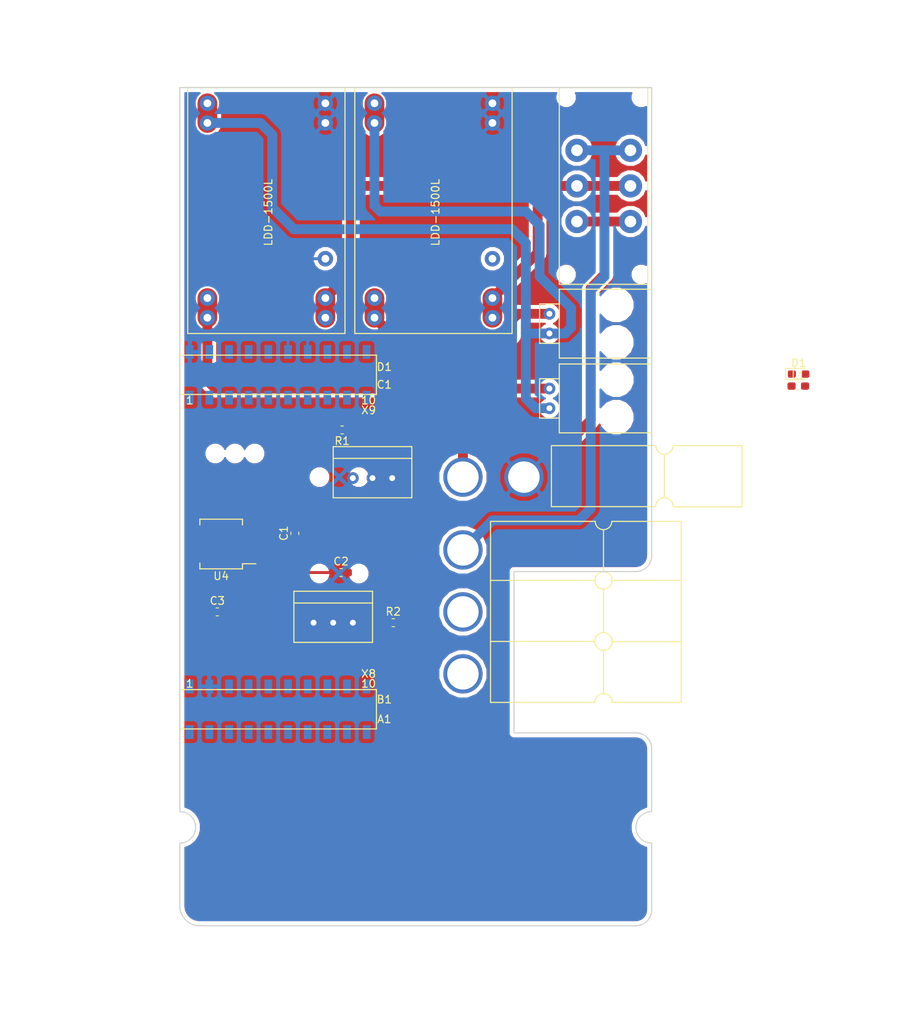
<source format=kicad_pcb>
(kicad_pcb (version 20171130) (host pcbnew "(5.0.1)-3")

  (general
    (thickness 1.6)
    (drawings 20)
    (tracks 96)
    (zones 0)
    (modules 18)
    (nets 52)
  )

  (page A4)
  (layers
    (0 F.Cu signal)
    (31 B.Cu signal)
    (32 B.Adhes user)
    (33 F.Adhes user)
    (34 B.Paste user)
    (35 F.Paste user)
    (36 B.SilkS user)
    (37 F.SilkS user)
    (38 B.Mask user)
    (39 F.Mask user)
    (40 Dwgs.User user)
    (41 Cmts.User user)
    (42 Eco1.User user)
    (43 Eco2.User user)
    (44 Edge.Cuts user)
    (45 Margin user)
    (46 B.CrtYd user)
    (47 F.CrtYd user)
    (48 B.Fab user)
    (49 F.Fab user)
  )

  (setup
    (last_trace_width 0.381)
    (user_trace_width 0.0381)
    (user_trace_width 0.03998)
    (user_trace_width 0.381)
    (user_trace_width 0.762)
    (trace_clearance 0.2)
    (zone_clearance 0.508)
    (zone_45_only no)
    (trace_min 0.0381)
    (segment_width 0.2)
    (edge_width 0.15)
    (via_size 0.8)
    (via_drill 0.4)
    (via_min_size 0.04)
    (via_min_drill 0.3)
    (uvia_size 0.3)
    (uvia_drill 0.1)
    (uvias_allowed no)
    (uvia_min_size 0.2)
    (uvia_min_drill 0.1)
    (pcb_text_width 0.3)
    (pcb_text_size 1.5 1.5)
    (mod_edge_width 0.15)
    (mod_text_size 1 1)
    (mod_text_width 0.15)
    (pad_size 1.524 1.524)
    (pad_drill 0.762)
    (pad_to_mask_clearance 0.051)
    (solder_mask_min_width 0.25)
    (aux_axis_origin 0 0)
    (visible_elements 7FFFFFFF)
    (pcbplotparams
      (layerselection 0x010fc_ffffffff)
      (usegerberextensions false)
      (usegerberattributes false)
      (usegerberadvancedattributes false)
      (creategerberjobfile false)
      (excludeedgelayer true)
      (linewidth 0.100000)
      (plotframeref false)
      (viasonmask false)
      (mode 1)
      (useauxorigin false)
      (hpglpennumber 1)
      (hpglpenspeed 20)
      (hpglpendiameter 15.000000)
      (psnegative false)
      (psa4output false)
      (plotreference true)
      (plotvalue true)
      (plotinvisibletext false)
      (padsonsilk false)
      (subtractmaskfromsilk false)
      (outputformat 1)
      (mirror false)
      (drillshape 1)
      (scaleselection 1)
      (outputdirectory ""))
  )

  (net 0 "")
  (net 1 "Net-(C1-Pad2)")
  (net 2 5V)
  (net 3 "Net-(C2-Pad2)")
  (net 4 /+12V)
  (net 5 V+Act)
  (net 6 GND)
  (net 7 PV+)
  (net 8 /Headlight_V+)
  (net 9 /Headlight_V-)
  (net 10 "Net-(Conn2C1-Pad3)")
  (net 11 "Net-(Conn2C2-Pad3)")
  (net 12 Dout_NeoPixel1)
  (net 13 Dout_NeoPixel2)
  (net 14 Headlight_Vin)
  (net 15 Headlight_OnOff_PWM1)
  (net 16 Headlight_OnOff_PWM2)
  (net 17 "Net-(U3-PadPE0)")
  (net 18 "Net-(U3-PadPE1)")
  (net 19 "Net-(U3-PadPE2)")
  (net 20 "Net-(U3-PadPE3)")
  (net 21 "Net-(U3-PadPD7)")
  (net 22 "Net-(U3-PadPA6)")
  (net 23 "Net-(U3-PadPM4)")
  (net 24 "Net-(U3-PadPM5)")
  (net 25 "Net-(U3-Pad+3V3)")
  (net 26 "Net-(U3-PadPC4)")
  (net 27 "Net-(U3-PadPC5)")
  (net 28 "Net-(U3-PadPC6)")
  (net 29 "Net-(U3-PadPE5)")
  (net 30 "Net-(U3-PadPD3)")
  (net 31 "Net-(U3-PadPC7)")
  (net 32 "Net-(U3-PadPB2)")
  (net 33 "Net-(U3-PadPB3)")
  (net 34 "Net-(U3-PadPF2)")
  (net 35 "Net-(U3-PadPF3)")
  (net 36 "Net-(U3-PadPG0)")
  (net 37 "Net-(U3-PadPL4)")
  (net 38 "Net-(U3-PadPL5)")
  (net 39 "Net-(U3-PadPL0)")
  (net 40 "Net-(U3-PadPL1)")
  (net 41 "Net-(U3-PadPL2)")
  (net 42 "Net-(U3-PadPL3)")
  (net 43 "Net-(U3-PadPM3)")
  (net 44 "Net-(U3-PadPH2)")
  (net 45 "Net-(U3-PadPH3)")
  (net 46 "Net-(U3-PadRese)")
  (net 47 "Net-(U3-PadPN2)")
  (net 48 "Net-(U3-PadPN3)")
  (net 49 "Net-(U3-PadPP2)")
  (net 50 "Net-(U3-PadPE4)")
  (net 51 "Net-(D1-Pad1)")

  (net_class Default "This is the default net class."
    (clearance 0.2)
    (trace_width 0.25)
    (via_dia 0.8)
    (via_drill 0.4)
    (uvia_dia 0.3)
    (uvia_drill 0.1)
    (add_net /+12V)
    (add_net /Headlight_V+)
    (add_net /Headlight_V-)
    (add_net 5V)
    (add_net Dout_NeoPixel1)
    (add_net Dout_NeoPixel2)
    (add_net GND)
    (add_net Headlight_OnOff_PWM1)
    (add_net Headlight_OnOff_PWM2)
    (add_net Headlight_Vin)
    (add_net "Net-(C1-Pad2)")
    (add_net "Net-(C2-Pad2)")
    (add_net "Net-(Conn2C1-Pad3)")
    (add_net "Net-(Conn2C2-Pad3)")
    (add_net "Net-(D1-Pad1)")
    (add_net "Net-(U3-Pad+3V3)")
    (add_net "Net-(U3-PadPA6)")
    (add_net "Net-(U3-PadPB2)")
    (add_net "Net-(U3-PadPB3)")
    (add_net "Net-(U3-PadPC4)")
    (add_net "Net-(U3-PadPC5)")
    (add_net "Net-(U3-PadPC6)")
    (add_net "Net-(U3-PadPC7)")
    (add_net "Net-(U3-PadPD3)")
    (add_net "Net-(U3-PadPD7)")
    (add_net "Net-(U3-PadPE0)")
    (add_net "Net-(U3-PadPE1)")
    (add_net "Net-(U3-PadPE2)")
    (add_net "Net-(U3-PadPE3)")
    (add_net "Net-(U3-PadPE4)")
    (add_net "Net-(U3-PadPE5)")
    (add_net "Net-(U3-PadPF2)")
    (add_net "Net-(U3-PadPF3)")
    (add_net "Net-(U3-PadPG0)")
    (add_net "Net-(U3-PadPH2)")
    (add_net "Net-(U3-PadPH3)")
    (add_net "Net-(U3-PadPL0)")
    (add_net "Net-(U3-PadPL1)")
    (add_net "Net-(U3-PadPL2)")
    (add_net "Net-(U3-PadPL3)")
    (add_net "Net-(U3-PadPL4)")
    (add_net "Net-(U3-PadPL5)")
    (add_net "Net-(U3-PadPM3)")
    (add_net "Net-(U3-PadPM4)")
    (add_net "Net-(U3-PadPM5)")
    (add_net "Net-(U3-PadPN2)")
    (add_net "Net-(U3-PadPN3)")
    (add_net "Net-(U3-PadPP2)")
    (add_net "Net-(U3-PadRese)")
    (add_net PV+)
    (add_net V+Act)
  )

  (module MRDT_Shields:TM4C129E_Launchpad_X9_Bottom_SMD (layer F.Cu) (tedit 5B7ECDAB) (tstamp 5BDE4B26)
    (at 82.804 144.272)
    (path /5BCE41EC)
    (fp_text reference U3 (at 57.404 -0.762 180) (layer F.SilkS) hide
      (effects (font (size 1 1) (thickness 0.15)))
    )
    (fp_text value TM4C129E_Launchpad (at 25.146 0.762) (layer F.Fab) hide
      (effects (font (size 1 1) (thickness 0.15)))
    )
    (fp_text user "10cm line" (at 3.81 -75.438) (layer F.Fab)
      (effects (font (size 1 1) (thickness 0.15)))
    )
    (fp_line (start 0 0) (end 0 -74.5998) (layer F.Fab) (width 0.15))
    (fp_line (start 60.96 -74.5998) (end 60.96 -22.352) (layer F.Fab) (width 0.15))
    (fp_line (start 0 22.86) (end 0 23.3934) (layer F.Fab) (width 0.15))
    (fp_line (start 2.54 25.4) (end 2.032 25.4) (layer F.Fab) (width 0.15))
    (fp_line (start -0.254 12.7) (end 0.254 12.7) (layer F.Fab) (width 0.05))
    (fp_arc (start 58.928 2.54) (end 58.928 0.508) (angle 90) (layer F.Fab) (width 0.15))
    (fp_line (start 58.928 25.4) (end 2.54 25.4) (layer F.Fab) (width 0.15))
    (fp_arc (start 60.96 12.7) (end 60.96 14.732) (angle 90) (layer F.Fab) (width 0.15))
    (fp_arc (start 60.96 12.7) (end 58.928 12.7) (angle 90) (layer F.Fab) (width 0.15))
    (fp_line (start 60.96 14.732) (end 60.96 23.368) (layer F.Fab) (width 0.15))
    (fp_line (start 60.96 2.54) (end 60.96 10.668) (layer F.Fab) (width 0.15))
    (fp_arc (start 0 12.7) (end 2.032 12.7) (angle 90) (layer F.Fab) (width 0.15))
    (fp_arc (start 0 12.7) (end 0 10.668) (angle 90) (layer F.Fab) (width 0.15))
    (fp_line (start 0 14.732) (end 0 22.86) (layer F.Fab) (width 0.15))
    (fp_line (start 0 0) (end 0 10.668) (layer F.Fab) (width 0.15))
    (fp_text user "Keep Out" (at 47.244 -17.526) (layer F.Fab)
      (effects (font (size 1 1) (thickness 0.15)))
    )
    (fp_text user "Ethernet Jack" (at 49.022 -19.05) (layer F.Fab)
      (effects (font (size 1 1) (thickness 0.15)))
    )
    (fp_text user "Expand out this way -->" (at -0.762 -64.516 90) (layer F.Fab)
      (effects (font (size 1 1) (thickness 0.15)))
    )
    (fp_text user 1 (at 1.27 -42.418 180) (layer F.SilkS)
      (effects (font (size 1 1) (thickness 0.15)))
    )
    (fp_text user 10 (at 24.384 -42.418 180) (layer F.SilkS)
      (effects (font (size 1 1) (thickness 0.15)))
    )
    (fp_text user 1 (at 1.27 -5.842 180) (layer F.SilkS)
      (effects (font (size 1 1) (thickness 0.15)))
    )
    (fp_text user 10 (at 24.384 -5.842 180) (layer F.SilkS)
      (effects (font (size 1 1) (thickness 0.15)))
    )
    (fp_text user X9 (at 24.384 -41.148 180) (layer F.SilkS)
      (effects (font (size 1 1) (thickness 0.15)))
    )
    (fp_text user X8 (at 24.384 -7.112 180) (layer F.SilkS)
      (effects (font (size 1 1) (thickness 0.15)))
    )
    (fp_text user "Boosterpack 1" (at 31.242 -73.66) (layer F.Fab)
      (effects (font (size 1 1) (thickness 0.15)))
    )
    (fp_line (start 58.928 -20.32) (end 43.18 -20.32) (layer F.Fab) (width 0.15))
    (fp_line (start 43.18 -20.32) (end 43.18 0.508) (layer F.Fab) (width 0.15))
    (fp_line (start 0 0.508) (end 58.928 0.508) (layer F.Fab) (width 0.15))
    (fp_line (start 0 -74.6) (end 60.96 -74.6) (layer F.Fab) (width 0.15))
    (fp_text user C1 (at 26.416 -44.45 180) (layer F.SilkS)
      (effects (font (size 1 1) (thickness 0.15)))
    )
    (fp_text user D1 (at 26.416 -46.736 180) (layer F.SilkS)
      (effects (font (size 1 1) (thickness 0.15)))
    )
    (fp_text user B1 (at 26.416 -3.81 180) (layer F.SilkS)
      (effects (font (size 1 1) (thickness 0.15)))
    )
    (fp_text user A1 (at 26.416 -1.27 180) (layer F.SilkS)
      (effects (font (size 1 1) (thickness 0.15)))
    )
    (fp_line (start 25.4 0) (end 25.4 -5.08) (layer F.SilkS) (width 0.15))
    (fp_line (start 25.4 -5.08) (end 0 -5.08) (layer F.SilkS) (width 0.15))
    (fp_line (start 0 -5.08) (end 0 0) (layer F.SilkS) (width 0.15))
    (fp_line (start 0 0) (end 25.4 0) (layer F.SilkS) (width 0.15))
    (fp_line (start 25.4 -43.18) (end 25.4 -48.26) (layer F.SilkS) (width 0.15))
    (fp_line (start 25.4 -48.26) (end 0 -48.26) (layer F.SilkS) (width 0.15))
    (fp_line (start 0 -48.26) (end 0 -43.18) (layer F.SilkS) (width 0.15))
    (fp_line (start 0 -43.18) (end 25.4 -43.18) (layer F.SilkS) (width 0.15))
    (fp_line (start 0 12.954) (end 0 12.446) (layer F.Fab) (width 0.05))
    (fp_line (start -0.254 14.732) (end 0.254 14.732) (layer F.Fab) (width 0.05))
    (fp_line (start 0 14.986) (end 0 14.478) (layer F.Fab) (width 0.05))
    (fp_line (start -0.254 10.668) (end 0.254 10.668) (layer F.Fab) (width 0.05))
    (fp_line (start 0 10.922) (end 0 10.414) (layer F.Fab) (width 0.05))
    (fp_line (start 1.778 12.7) (end 2.286 12.7) (layer F.Fab) (width 0.05))
    (fp_line (start 2.54 23.114) (end 2.54 22.606) (layer F.Fab) (width 0.05))
    (fp_line (start 2.286 22.86) (end 2.794 22.86) (layer F.Fab) (width 0.05))
    (fp_arc (start 2.032 23.368) (end 2.032 25.4) (angle 90) (layer F.Fab) (width 0.15))
    (fp_line (start -0.254 22.8854) (end 0.254 22.8854) (layer F.Fab) (width 0.05))
    (fp_line (start 2.54 25.654) (end 2.54 25.146) (layer F.Fab) (width 0.05))
    (fp_line (start 60.706 12.7) (end 61.214 12.7) (layer F.Fab) (width 0.05))
    (fp_line (start 60.96 12.954) (end 60.96 12.446) (layer F.Fab) (width 0.05))
    (fp_line (start 60.96 10.922) (end 60.96 10.414) (layer F.Fab) (width 0.05))
    (fp_line (start 60.706 10.668) (end 61.214 10.668) (layer F.Fab) (width 0.05))
    (fp_line (start 60.96 14.986) (end 60.96 14.478) (layer F.Fab) (width 0.05))
    (fp_line (start 60.706 14.732) (end 61.214 14.732) (layer F.Fab) (width 0.05))
    (fp_line (start 58.674 12.7) (end 59.182 12.7) (layer F.Fab) (width 0.05))
    (fp_line (start 58.674 2.54) (end 59.182 2.54) (layer F.Fab) (width 0.05))
    (fp_line (start 58.928 2.794) (end 58.928 2.286) (layer F.Fab) (width 0.05))
    (fp_line (start 60.706 2.54) (end 61.214 2.54) (layer F.Fab) (width 0.05))
    (fp_line (start 58.928 0.762) (end 58.928 0.254) (layer F.Fab) (width 0.05))
    (fp_arc (start 58.928 2.54) (end 58.928 0.508) (angle 90) (layer F.Fab) (width 0.15))
    (fp_line (start 58.928 2.794) (end 58.928 2.286) (layer F.Fab) (width 0.05))
    (fp_line (start 58.674 2.54) (end 59.182 2.54) (layer F.Fab) (width 0.05))
    (fp_line (start 60.706 2.54) (end 61.214 2.54) (layer F.Fab) (width 0.05))
    (fp_line (start 58.928 0.762) (end 58.928 0.254) (layer F.Fab) (width 0.05))
    (fp_line (start 60.706 14.732) (end 61.214 14.732) (layer F.Fab) (width 0.05))
    (fp_line (start 60.706 12.7) (end 61.214 12.7) (layer F.Fab) (width 0.05))
    (fp_arc (start 60.96 12.7) (end 60.96 14.732) (angle 90) (layer F.Fab) (width 0.15))
    (fp_line (start 60.96 14.986) (end 60.96 14.478) (layer F.Fab) (width 0.05))
    (fp_line (start 60.96 12.954) (end 60.96 12.446) (layer F.Fab) (width 0.05))
    (fp_line (start 58.674 12.7) (end 59.182 12.7) (layer F.Fab) (width 0.05))
    (fp_arc (start 58.928 23.368) (end 60.96 23.368) (angle 90) (layer F.Fab) (width 0.15))
    (fp_line (start 59.182 23.368) (end 58.674 23.368) (layer F.Fab) (width 0.05))
    (fp_arc (start 58.928 23.368) (end 60.96 23.368) (angle 90) (layer F.Fab) (width 0.15))
    (fp_line (start 59.182 23.368) (end 58.674 23.368) (layer F.Fab) (width 0.05))
    (fp_line (start 58.928 25.654) (end 58.928 25.146) (layer F.Fab) (width 0.05))
    (fp_line (start 58.928 25.654) (end 58.928 25.146) (layer F.Fab) (width 0.05))
    (fp_line (start 60.96 23.622) (end 60.96 23.114) (layer F.Fab) (width 0.05))
    (fp_line (start 58.928 23.622) (end 58.928 23.114) (layer F.Fab) (width 0.05))
    (fp_line (start 58.928 23.622) (end 58.928 23.114) (layer F.Fab) (width 0.05))
    (fp_line (start 61.214 23.368) (end 60.706 23.368) (layer F.Fab) (width 0.05))
    (fp_line (start 60.96 23.622) (end 60.96 23.114) (layer F.Fab) (width 0.05))
    (fp_line (start 61.214 23.368) (end 60.706 23.368) (layer F.Fab) (width 0.05))
    (fp_line (start 60.706 -22.352) (end 61.214 -22.352) (layer F.Fab) (width 0.05))
    (fp_line (start 58.928 -20.574) (end 58.928 -20.066) (layer F.Fab) (width 0.05))
    (fp_line (start 58.928 -20.574) (end 58.928 -20.066) (layer F.Fab) (width 0.05))
    (fp_line (start 60.706 -22.352) (end 61.214 -22.352) (layer F.Fab) (width 0.05))
    (fp_arc (start 58.928 -22.352) (end 60.96 -22.352) (angle 90) (layer F.Fab) (width 0.15))
    (fp_arc (start 58.928 -22.352) (end 60.96 -22.352) (angle 90) (layer F.Fab) (width 0.15))
    (fp_line (start 58.674 -22.352) (end 59.182 -22.352) (layer F.Fab) (width 0.05))
    (fp_line (start 58.928 -22.606) (end 58.928 -22.098) (layer F.Fab) (width 0.05))
    (fp_line (start 58.928 -22.606) (end 58.928 -22.098) (layer F.Fab) (width 0.05))
    (fp_line (start 58.674 -22.352) (end 59.182 -22.352) (layer F.Fab) (width 0.05))
    (pad +5V smd rect (at 1.27 -5.4864 180) (size 0.9906 1.778) (layers B.Cu B.Paste B.Mask)
      (net 2 5V))
    (pad GND smd rect (at 3.81 -5.4864 180) (size 0.9906 1.778) (layers B.Cu B.Paste B.Mask)
      (net 6 GND))
    (pad PE0 smd rect (at 6.35 -5.4864 180) (size 0.9906 1.778) (layers B.Cu B.Paste B.Mask)
      (net 17 "Net-(U3-PadPE0)"))
    (pad PE1 smd rect (at 8.89 -5.4864 180) (size 0.9906 1.778) (layers B.Cu B.Paste B.Mask)
      (net 18 "Net-(U3-PadPE1)"))
    (pad PE2 smd rect (at 11.43 -5.4864 180) (size 0.9906 1.778) (layers B.Cu B.Paste B.Mask)
      (net 19 "Net-(U3-PadPE2)"))
    (pad PE3 smd rect (at 13.97 -5.4864 180) (size 0.9906 1.778) (layers B.Cu B.Paste B.Mask)
      (net 20 "Net-(U3-PadPE3)"))
    (pad PD7 smd rect (at 16.51 -5.4864 180) (size 0.9906 1.778) (layers B.Cu B.Paste B.Mask)
      (net 21 "Net-(U3-PadPD7)"))
    (pad PA6 smd rect (at 19.05 -5.4864 180) (size 0.9906 1.778) (layers B.Cu B.Paste B.Mask)
      (net 22 "Net-(U3-PadPA6)"))
    (pad PM4 smd rect (at 21.59 -5.4864 180) (size 0.9906 1.778) (layers B.Cu B.Paste B.Mask)
      (net 23 "Net-(U3-PadPM4)"))
    (pad PM5 smd rect (at 24.13 -5.4864 180) (size 0.9906 1.778) (layers B.Cu B.Paste B.Mask)
      (net 24 "Net-(U3-PadPM5)"))
    (pad +3V3 smd rect (at 1.27 0.4064 180) (size 0.9906 1.778) (layers B.Cu B.Paste B.Mask)
      (net 25 "Net-(U3-Pad+3V3)"))
    (pad PE4 smd rect (at 3.81 0.4064 180) (size 0.9906 1.778) (layers B.Cu B.Paste B.Mask)
      (net 50 "Net-(U3-PadPE4)"))
    (pad PC4 smd rect (at 6.35 0.4064 180) (size 0.9906 1.778) (layers B.Cu B.Paste B.Mask)
      (net 26 "Net-(U3-PadPC4)"))
    (pad PC5 smd rect (at 8.89 0.4064 180) (size 0.9906 1.778) (layers B.Cu B.Paste B.Mask)
      (net 27 "Net-(U3-PadPC5)"))
    (pad PC6 smd rect (at 11.43 0.4064 180) (size 0.9906 1.778) (layers B.Cu B.Paste B.Mask)
      (net 28 "Net-(U3-PadPC6)"))
    (pad PE5 smd rect (at 13.97 0.4064 180) (size 0.9906 1.778) (layers B.Cu B.Paste B.Mask)
      (net 29 "Net-(U3-PadPE5)"))
    (pad PD3 smd rect (at 16.51 0.4064 180) (size 0.9906 1.778) (layers B.Cu B.Paste B.Mask)
      (net 30 "Net-(U3-PadPD3)"))
    (pad PC7 smd rect (at 19.05 0.4064 180) (size 0.9906 1.778) (layers B.Cu B.Paste B.Mask)
      (net 31 "Net-(U3-PadPC7)"))
    (pad PB2 smd rect (at 21.59 0.4064 180) (size 0.9906 1.778) (layers B.Cu B.Paste B.Mask)
      (net 32 "Net-(U3-PadPB2)"))
    (pad PB3 smd rect (at 24.13 0.4064 180) (size 0.9906 1.778) (layers B.Cu B.Paste B.Mask)
      (net 33 "Net-(U3-PadPB3)"))
    (pad PF1 smd rect (at 1.27 -42.7736 180) (size 0.9906 1.778) (layers B.Cu B.Paste B.Mask)
      (net 12 Dout_NeoPixel1))
    (pad PF2 smd rect (at 3.81 -42.7736 180) (size 0.9906 1.778) (layers B.Cu B.Paste B.Mask)
      (net 34 "Net-(U3-PadPF2)"))
    (pad PF3 smd rect (at 6.35 -42.7736 180) (size 0.9906 1.778) (layers B.Cu B.Paste B.Mask)
      (net 35 "Net-(U3-PadPF3)"))
    (pad PG0 smd rect (at 8.89 -42.7736 180) (size 0.9906 1.778) (layers B.Cu B.Paste B.Mask)
      (net 36 "Net-(U3-PadPG0)"))
    (pad PL4 smd rect (at 11.43 -42.7736 180) (size 0.9906 1.778) (layers B.Cu B.Paste B.Mask)
      (net 37 "Net-(U3-PadPL4)"))
    (pad PL5 smd rect (at 13.97 -42.7736 180) (size 0.9906 1.778) (layers B.Cu B.Paste B.Mask)
      (net 38 "Net-(U3-PadPL5)"))
    (pad PL0 smd rect (at 16.51 -42.7736 180) (size 0.9906 1.778) (layers B.Cu B.Paste B.Mask)
      (net 39 "Net-(U3-PadPL0)"))
    (pad PL1 smd rect (at 19.05 -42.7736 180) (size 0.9906 1.778) (layers B.Cu B.Paste B.Mask)
      (net 40 "Net-(U3-PadPL1)"))
    (pad PL2 smd rect (at 21.59 -42.7736 180) (size 0.9906 1.778) (layers B.Cu B.Paste B.Mask)
      (net 41 "Net-(U3-PadPL2)"))
    (pad PL3 smd rect (at 24.13 -42.7736 180) (size 0.9906 1.778) (layers B.Cu B.Paste B.Mask)
      (net 42 "Net-(U3-PadPL3)"))
    (pad GND smd rect (at 1.27 -48.6664 180) (size 0.9906 1.778) (layers B.Cu B.Paste B.Mask)
      (net 6 GND))
    (pad PM3 smd rect (at 3.81 -48.6664 180) (size 0.9906 1.778) (layers B.Cu B.Paste B.Mask)
      (net 43 "Net-(U3-PadPM3)"))
    (pad PH2 smd rect (at 6.35 -48.6664 180) (size 0.9906 1.778) (layers B.Cu B.Paste B.Mask)
      (net 44 "Net-(U3-PadPH2)"))
    (pad PH3 smd rect (at 8.89 -48.6664 180) (size 0.9906 1.778) (layers B.Cu B.Paste B.Mask)
      (net 45 "Net-(U3-PadPH3)"))
    (pad Rese smd rect (at 11.43 -48.6664 180) (size 0.9906 1.778) (layers B.Cu B.Paste B.Mask)
      (net 46 "Net-(U3-PadRese)"))
    (pad PD1 smd rect (at 13.97 -48.6664 180) (size 0.9906 1.778) (layers B.Cu B.Paste B.Mask)
      (net 16 Headlight_OnOff_PWM2))
    (pad PD0 smd rect (at 16.51 -48.6664 180) (size 0.9906 1.778) (layers B.Cu B.Paste B.Mask)
      (net 15 Headlight_OnOff_PWM1))
    (pad PN2 smd rect (at 19.05 -48.6664 180) (size 0.9906 1.778) (layers B.Cu B.Paste B.Mask)
      (net 47 "Net-(U3-PadPN2)"))
    (pad PN3 smd rect (at 21.59 -48.6664 180) (size 0.9906 1.778) (layers B.Cu B.Paste B.Mask)
      (net 48 "Net-(U3-PadPN3)"))
    (pad PP2 smd rect (at 24.13 -48.6664 180) (size 0.9906 1.778) (layers B.Cu B.Paste B.Mask)
      (net 49 "Net-(U3-PadPP2)"))
  )

  (module Capacitor_SMD:C_0603_1608Metric_Pad1.05x0.95mm_HandSolder (layer F.Cu) (tedit 5BDE0CBB) (tstamp 5BEB843A)
    (at 87.644 129.159)
    (descr "Capacitor SMD 0603 (1608 Metric), square (rectangular) end terminal, IPC_7351 nominal with elongated pad for handsoldering. (Body size source: http://www.tortai-tech.com/upload/download/2011102023233369053.pdf), generated with kicad-footprint-generator")
    (tags "capacitor handsolder")
    (path /5BDE8642)
    (attr smd)
    (fp_text reference C3 (at 0 -1.43) (layer F.SilkS)
      (effects (font (size 1 1) (thickness 0.15)))
    )
    (fp_text value 10uF (at 0 1.43) (layer F.Fab)
      (effects (font (size 1 1) (thickness 0.15)))
    )
    (fp_text user %R (at 0 0) (layer F.Fab)
      (effects (font (size 0.4 0.4) (thickness 0.06)))
    )
    (fp_line (start 1.65 0.73) (end -1.65 0.73) (layer F.CrtYd) (width 0.05))
    (fp_line (start 1.65 -0.73) (end 1.65 0.73) (layer F.CrtYd) (width 0.05))
    (fp_line (start -1.65 -0.73) (end 1.65 -0.73) (layer F.CrtYd) (width 0.05))
    (fp_line (start -1.65 0.73) (end -1.65 -0.73) (layer F.CrtYd) (width 0.05))
    (fp_line (start -0.171267 0.51) (end 0.171267 0.51) (layer F.SilkS) (width 0.12))
    (fp_line (start -0.171267 -0.51) (end 0.171267 -0.51) (layer F.SilkS) (width 0.12))
    (fp_line (start 0.8 0.4) (end -0.8 0.4) (layer F.Fab) (width 0.1))
    (fp_line (start 0.8 -0.4) (end 0.8 0.4) (layer F.Fab) (width 0.1))
    (fp_line (start -0.8 -0.4) (end 0.8 -0.4) (layer F.Fab) (width 0.1))
    (fp_line (start -0.8 0.4) (end -0.8 -0.4) (layer F.Fab) (width 0.1))
    (pad 2 smd roundrect (at 0.875 0) (size 1.05 0.95) (layers F.Cu F.Paste F.Mask) (roundrect_rratio 0.25)
      (net 4 /+12V))
    (pad 1 smd roundrect (at -0.875 0) (size 1.05 0.95) (layers F.Cu F.Paste F.Mask) (roundrect_rratio 0.25)
      (net 6 GND))
    (model ${KISYS3DMOD}/Capacitor_SMD.3dshapes/C_0603_1608Metric.wrl
      (at (xyz 0 0 0))
      (scale (xyz 1 1 1))
      (rotate (xyz 0 0 0))
    )
  )

  (module MRDT_Switches:1P2T_Angled_Slide_GPI-152-3013 (layer F.Cu) (tedit 5B784B14) (tstamp 5BEA2880)
    (at 131.826 86.868)
    (path /5BCFFE8E)
    (fp_text reference SW1 (at 1.778 0.889) (layer F.SilkS) hide
      (effects (font (size 1 1) (thickness 0.15)))
    )
    (fp_text value SW_SPDT (at 5.588 0.762) (layer F.Fab)
      (effects (font (size 1 1) (thickness 0.15)))
    )
    (fp_line (start 11.43 0) (end 0 0) (layer F.SilkS) (width 0.15))
    (fp_line (start 11.43 -25.4) (end 0 -25.4) (layer F.SilkS) (width 0.15))
    (fp_line (start 0 -25.4) (end 0 0) (layer F.SilkS) (width 0.15))
    (fp_line (start 11.43 -25.4) (end 11.43 0) (layer F.SilkS) (width 0.15))
    (pad 1 thru_hole circle (at 2.286 -17.2974) (size 3 3) (drill 1.5) (layers *.Cu *.Mask)
      (net 5 V+Act))
    (pad 1 thru_hole circle (at 9.1948 -17.2974) (size 3 3) (drill 1.5) (layers *.Cu *.Mask)
      (net 5 V+Act))
    (pad 2 thru_hole circle (at 2.286 -12.7) (size 3 3) (drill 1.5) (layers *.Cu *.Mask)
      (net 14 Headlight_Vin))
    (pad 2 thru_hole circle (at 9.1948 -12.7) (size 3 3) (drill 1.5) (layers *.Cu *.Mask)
      (net 14 Headlight_Vin))
    (pad 3 thru_hole circle (at 2.286 -8.1026) (size 3 3) (drill 1.5) (layers *.Cu *.Mask)
      (net 7 PV+))
    (pad 3 thru_hole circle (at 9.1948 -8.1026) (size 3 3) (drill 1.5) (layers *.Cu *.Mask)
      (net 7 PV+))
    (pad "" np_thru_hole circle (at 0.889 -24.13) (size 1.5 1.5) (drill 1.5) (layers *.Cu *.Mask))
    (pad "" np_thru_hole circle (at 10.5918 -24.13) (size 1.5 1.5) (drill 1.5) (layers *.Cu *.Mask))
    (pad "" np_thru_hole circle (at 0.889 -1.27) (size 1.5 1.5) (drill 1.5) (layers *.Cu *.Mask))
    (pad "" np_thru_hole circle (at 10.5918 -1.27) (size 1.5 1.5) (drill 1.5) (layers *.Cu *.Mask))
  )

  (module Capacitor_SMD:C_0603_1608Metric_Pad1.05x0.95mm_HandSolder (layer F.Cu) (tedit 5B301BBE) (tstamp 5BEB8B3D)
    (at 97.663 119.013 90)
    (descr "Capacitor SMD 0603 (1608 Metric), square (rectangular) end terminal, IPC_7351 nominal with elongated pad for handsoldering. (Body size source: http://www.tortai-tech.com/upload/download/2011102023233369053.pdf), generated with kicad-footprint-generator")
    (tags "capacitor handsolder")
    (path /5BCFDA75)
    (attr smd)
    (fp_text reference C1 (at 0 -1.43 90) (layer F.SilkS)
      (effects (font (size 1 1) (thickness 0.15)))
    )
    (fp_text value 10uF (at 0 1.43 90) (layer F.Fab)
      (effects (font (size 1 1) (thickness 0.15)))
    )
    (fp_line (start -0.8 0.4) (end -0.8 -0.4) (layer F.Fab) (width 0.1))
    (fp_line (start -0.8 -0.4) (end 0.8 -0.4) (layer F.Fab) (width 0.1))
    (fp_line (start 0.8 -0.4) (end 0.8 0.4) (layer F.Fab) (width 0.1))
    (fp_line (start 0.8 0.4) (end -0.8 0.4) (layer F.Fab) (width 0.1))
    (fp_line (start -0.171267 -0.51) (end 0.171267 -0.51) (layer F.SilkS) (width 0.12))
    (fp_line (start -0.171267 0.51) (end 0.171267 0.51) (layer F.SilkS) (width 0.12))
    (fp_line (start -1.65 0.73) (end -1.65 -0.73) (layer F.CrtYd) (width 0.05))
    (fp_line (start -1.65 -0.73) (end 1.65 -0.73) (layer F.CrtYd) (width 0.05))
    (fp_line (start 1.65 -0.73) (end 1.65 0.73) (layer F.CrtYd) (width 0.05))
    (fp_line (start 1.65 0.73) (end -1.65 0.73) (layer F.CrtYd) (width 0.05))
    (fp_text user %R (at 0 0 180) (layer F.Fab)
      (effects (font (size 0.4 0.4) (thickness 0.06)))
    )
    (pad 1 smd roundrect (at -0.875 0 90) (size 1.05 0.95) (layers F.Cu F.Paste F.Mask) (roundrect_rratio 0.25)
      (net 2 5V))
    (pad 2 smd roundrect (at 0.875 0 90) (size 1.05 0.95) (layers F.Cu F.Paste F.Mask) (roundrect_rratio 0.25)
      (net 1 "Net-(C1-Pad2)"))
    (model ${KISYS3DMOD}/Capacitor_SMD.3dshapes/C_0603_1608Metric.wrl
      (at (xyz 0 0 0))
      (scale (xyz 1 1 1))
      (rotate (xyz 0 0 0))
    )
  )

  (module Capacitor_SMD:C_0603_1608Metric_Pad1.05x0.95mm_HandSolder (layer F.Cu) (tedit 5B301BBE) (tstamp 5BEB8B0D)
    (at 103.632 124.079)
    (descr "Capacitor SMD 0603 (1608 Metric), square (rectangular) end terminal, IPC_7351 nominal with elongated pad for handsoldering. (Body size source: http://www.tortai-tech.com/upload/download/2011102023233369053.pdf), generated with kicad-footprint-generator")
    (tags "capacitor handsolder")
    (path /5BDE3ABA)
    (attr smd)
    (fp_text reference C2 (at 0 -1.43) (layer F.SilkS)
      (effects (font (size 1 1) (thickness 0.15)))
    )
    (fp_text value 10uF (at 0 1.43) (layer F.Fab)
      (effects (font (size 1 1) (thickness 0.15)))
    )
    (fp_text user %R (at 0 1.27) (layer F.Fab)
      (effects (font (size 0.4 0.4) (thickness 0.06)))
    )
    (fp_line (start 1.65 0.73) (end -1.65 0.73) (layer F.CrtYd) (width 0.05))
    (fp_line (start 1.65 -0.73) (end 1.65 0.73) (layer F.CrtYd) (width 0.05))
    (fp_line (start -1.65 -0.73) (end 1.65 -0.73) (layer F.CrtYd) (width 0.05))
    (fp_line (start -1.65 0.73) (end -1.65 -0.73) (layer F.CrtYd) (width 0.05))
    (fp_line (start -0.171267 0.51) (end 0.171267 0.51) (layer F.SilkS) (width 0.12))
    (fp_line (start -0.171267 -0.51) (end 0.171267 -0.51) (layer F.SilkS) (width 0.12))
    (fp_line (start 0.8 0.4) (end -0.8 0.4) (layer F.Fab) (width 0.1))
    (fp_line (start 0.8 -0.4) (end 0.8 0.4) (layer F.Fab) (width 0.1))
    (fp_line (start -0.8 -0.4) (end 0.8 -0.4) (layer F.Fab) (width 0.1))
    (fp_line (start -0.8 0.4) (end -0.8 -0.4) (layer F.Fab) (width 0.1))
    (pad 2 smd roundrect (at 0.875 0) (size 1.05 0.95) (layers F.Cu F.Paste F.Mask) (roundrect_rratio 0.25)
      (net 6 GND))
    (pad 1 smd roundrect (at -0.875 0) (size 1.05 0.95) (layers F.Cu F.Paste F.Mask) (roundrect_rratio 0.25)
      (net 2 5V))
    (model ${KISYS3DMOD}/Capacitor_SMD.3dshapes/C_0603_1608Metric.wrl
      (at (xyz 0 0 0))
      (scale (xyz 1 1 1))
      (rotate (xyz 0 0 0))
    )
  )

  (module MRDT_Connectors:Anderson_3_Horisontal_Side_by_Side (layer F.Cu) (tedit 5AAD6D62) (tstamp 5BEA0B5F)
    (at 122.9614 117.476 180)
    (path /5BCFE2EB)
    (fp_text reference Conn1 (at -1.8796 -6.858 180) (layer F.SilkS) hide
      (effects (font (size 1 1) (thickness 0.15)))
    )
    (fp_text value AndersonPP (at -12.8651 -24.384 180) (layer F.Fab)
      (effects (font (size 1 1) (thickness 0.15)))
    )
    (fp_line (start -14.5796 -6.4516) (end -14.5796 -1.0668) (layer F.SilkS) (width 0.15))
    (fp_arc (start -14.5796 0) (end -14.5796 -1.0668) (angle 90) (layer F.SilkS) (width 0.15))
    (fp_arc (start -14.5796 0) (end -15.6464 0) (angle 90) (layer F.SilkS) (width 0.15))
    (fp_line (start -13.462 0) (end -12.2428 0) (layer F.SilkS) (width 0.15))
    (fp_line (start -15.6972 0) (end -16.8656 0) (layer F.SilkS) (width 0.15))
    (fp_circle (center -14.5796 -7.62) (end -13.462 -7.62) (layer F.SilkS) (width 0.15))
    (fp_line (start -16.8656 0) (end -24.6126 0) (layer F.SilkS) (width 0.15))
    (fp_line (start -12.2936 0) (end 0 0) (layer F.SilkS) (width 0.15))
    (fp_line (start -15.7226 -23.368) (end -16.9418 -23.368) (layer F.SilkS) (width 0.15))
    (fp_arc (start -14.5796 -23.368) (end -13.4366 -23.368) (angle 90) (layer F.SilkS) (width 0.15))
    (fp_arc (start -14.5796 -23.368) (end -14.5796 -22.225) (angle 90) (layer F.SilkS) (width 0.15))
    (fp_line (start -12.2682 -7.62) (end -13.462 -7.62) (layer F.SilkS) (width 0.15))
    (fp_line (start -14.5796 -9.9314) (end -14.5796 -8.763) (layer F.SilkS) (width 0.15))
    (fp_line (start -16.891 -7.62) (end -15.7226 -7.62) (layer F.SilkS) (width 0.15))
    (fp_line (start -12.319 -23.368) (end -13.4112 -23.368) (layer F.SilkS) (width 0.15))
    (fp_line (start -14.5796 -22.225) (end -14.5796 -21.0566) (layer F.SilkS) (width 0.15))
    (fp_line (start -14.5796 -13.208) (end -14.5796 -14.351) (layer F.SilkS) (width 0.15))
    (fp_line (start -24.6126 -15.5194) (end -15.7226 -15.5194) (layer F.SilkS) (width 0.15))
    (fp_line (start -14.5796 -17.78) (end -14.5796 -16.637) (layer F.SilkS) (width 0.15))
    (fp_line (start -12.2936 -15.494) (end -13.4366 -15.494) (layer F.SilkS) (width 0.15))
    (fp_line (start -14.5796 -13.208) (end -14.5796 -9.906) (layer F.SilkS) (width 0.15))
    (fp_line (start -12.2936 -15.494) (end 0.0254 -15.494) (layer F.SilkS) (width 0.15))
    (fp_line (start -14.5796 -17.78) (end -14.5796 -21.0566) (layer F.SilkS) (width 0.15))
    (fp_circle (center -14.5796 -15.494) (end -14.5796 -14.351) (layer F.SilkS) (width 0.15))
    (fp_line (start -12.2936 -7.62) (end 0.0254 -7.62) (layer F.SilkS) (width 0.15))
    (fp_line (start -16.8656 -7.62) (end -24.6126 -7.62) (layer F.SilkS) (width 0.15))
    (fp_line (start -24.6126 -23.368) (end -16.8656 -23.368) (layer F.SilkS) (width 0.15))
    (fp_line (start -12.2936 -23.368) (end 0.0254 -23.368) (layer F.SilkS) (width 0.15))
    (fp_line (start -24.6166 0.002) (end -24.6166 -23.37) (layer F.SilkS) (width 0.15))
    (fp_line (start 0.0214 0.002) (end 0.0214 -23.37) (layer F.SilkS) (width 0.15))
    (pad 3 thru_hole circle (at 3.5814 -3.684 180) (size 5.08 5.08) (drill 4.06) (layers *.Cu *.Mask F.Paste)
      (net 5 V+Act))
    (pad 2 thru_hole circle (at 3.5814 -11.683 180) (size 5.08 5.08) (drill 4.06) (layers *.Cu *.Mask F.Paste)
      (net 4 /+12V))
    (pad 1 thru_hole circle (at 3.5814 -19.684 180) (size 5.08 5.08) (drill 4.06) (layers *.Cu *.Mask F.Paste)
      (net 6 GND))
  )

  (module "Project Library:Anderson_2_Vertical" (layer F.Cu) (tedit 5BD129C4) (tstamp 5BEA2068)
    (at 127.254 111.76 180)
    (path /5BD01BD2)
    (fp_text reference Conn2 (at -5.461 4.826 180) (layer F.Fab) hide
      (effects (font (size 1 1) (thickness 0.15)))
    )
    (fp_text value AndersonPP (at -15.621 -4.699 180) (layer F.Fab)
      (effects (font (size 1 1) (thickness 0.15)))
    )
    (fp_arc (start -18.161 -3.81) (end -18.161 -2.667) (angle 90) (layer F.SilkS) (width 0.15))
    (fp_arc (start -18.161 -3.81) (end -17.018 -3.81) (angle 90) (layer F.SilkS) (width 0.15))
    (fp_line (start -28.194 -3.81) (end -28.194 4.064) (layer F.SilkS) (width 0.15))
    (fp_line (start -3.556 4.064) (end -3.556 -3.81) (layer F.SilkS) (width 0.15))
    (fp_arc (start -18.161 4.064) (end -18.161 2.9464) (angle 90) (layer F.SilkS) (width 0.15))
    (fp_arc (start -18.161 4.064) (end -19.2786 4.064) (angle 90) (layer F.SilkS) (width 0.15))
    (fp_line (start -15.8496 4.064) (end -17.0434 4.064) (layer F.SilkS) (width 0.15))
    (fp_line (start -18.161 1.7526) (end -18.161 2.921) (layer F.SilkS) (width 0.15))
    (fp_line (start -20.4724 4.064) (end -19.304 4.064) (layer F.SilkS) (width 0.15))
    (fp_line (start -18.161 -1.524) (end -18.161 -2.667) (layer F.SilkS) (width 0.15))
    (fp_line (start -28.194 -3.8354) (end -19.304 -3.8354) (layer F.SilkS) (width 0.15))
    (fp_line (start -15.875 -3.81) (end -17.018 -3.81) (layer F.SilkS) (width 0.15))
    (fp_line (start -18.161 -1.524) (end -18.161 1.778) (layer F.SilkS) (width 0.15))
    (fp_line (start -15.875 -3.81) (end -3.5814 -3.81) (layer F.SilkS) (width 0.15))
    (fp_line (start -15.875 4.064) (end -3.5814 4.064) (layer F.SilkS) (width 0.15))
    (fp_line (start -20.447 4.064) (end -28.194 4.064) (layer F.SilkS) (width 0.15))
    (pad 1 thru_hole circle (at 0 0 180) (size 5.08 5.08) (drill 4.06) (layers *.Cu *.Mask F.Paste)
      (net 6 GND))
    (pad 4 thru_hole circle (at 7.874 0 180) (size 5.08 5.08) (drill 4.06) (layers *.Cu *.Mask F.Paste))
  )

  (module MRDT_Connectors:MOLEX_SL_02_Horizontal (layer F.Cu) (tedit 5AB8003E) (tstamp 5BEA0AE0)
    (at 130.556 91.948 270)
    (path /5BD0353C)
    (fp_text reference Conn1C1 (at 0 2.54 270) (layer F.SilkS) hide
      (effects (font (size 1 1) (thickness 0.15)))
    )
    (fp_text value Molex_SL_02 (at 1.27 2.286 270) (layer F.Fab)
      (effects (font (size 1 1) (thickness 0.15)))
    )
    (fp_line (start -4.445 -1.27) (end 4.445 -1.27) (layer F.SilkS) (width 0.15))
    (fp_line (start 4.445 -1.27) (end 4.445 -13.208) (layer F.SilkS) (width 0.15))
    (fp_line (start 2.54 1.27) (end -2.54 1.27) (layer F.SilkS) (width 0.15))
    (fp_line (start -4.445 -13.208) (end 4.445 -13.208) (layer F.SilkS) (width 0.15))
    (fp_line (start -4.445 -1.27) (end -4.445 -13.208) (layer F.SilkS) (width 0.15))
    (fp_line (start 2.54 -1.27) (end 2.54 1.27) (layer F.SilkS) (width 0.15))
    (fp_line (start -2.54 1.27) (end -2.54 -1.27) (layer F.SilkS) (width 0.15))
    (pad "" np_thru_hole circle (at -2.415 -8.64 270) (size 3.45 3.45) (drill 3.45) (layers *.Cu *.Mask))
    (pad 1 thru_hole circle (at -1.27 0 270) (size 1.524 1.524) (drill 0.762) (layers *.Cu *.Mask)
      (net 8 /Headlight_V+))
    (pad 2 thru_hole circle (at 1.27 0 270) (size 1.524 1.524) (drill 0.762) (layers *.Cu *.Mask)
      (net 9 /Headlight_V-))
    (pad "" np_thru_hole circle (at 2.413 -8.636 270) (size 3.45 3.45) (drill 3.45) (layers *.Cu *.Mask))
  )

  (module MRDT_Connectors:MOLEX_SL_02_Horizontal (layer F.Cu) (tedit 5AB8003E) (tstamp 5BEA0A86)
    (at 130.556 101.6 270)
    (path /5BD053FB)
    (fp_text reference Conn1D1 (at 0 2.54 270) (layer F.SilkS) hide
      (effects (font (size 1 1) (thickness 0.15)))
    )
    (fp_text value Molex_SL_02 (at 1.27 2.286 270) (layer F.Fab)
      (effects (font (size 1 1) (thickness 0.15)))
    )
    (fp_line (start -2.54 1.27) (end -2.54 -1.27) (layer F.SilkS) (width 0.15))
    (fp_line (start 2.54 -1.27) (end 2.54 1.27) (layer F.SilkS) (width 0.15))
    (fp_line (start -4.445 -1.27) (end -4.445 -13.208) (layer F.SilkS) (width 0.15))
    (fp_line (start -4.445 -13.208) (end 4.445 -13.208) (layer F.SilkS) (width 0.15))
    (fp_line (start 2.54 1.27) (end -2.54 1.27) (layer F.SilkS) (width 0.15))
    (fp_line (start 4.445 -1.27) (end 4.445 -13.208) (layer F.SilkS) (width 0.15))
    (fp_line (start -4.445 -1.27) (end 4.445 -1.27) (layer F.SilkS) (width 0.15))
    (pad "" np_thru_hole circle (at 2.413 -8.636 270) (size 3.45 3.45) (drill 3.45) (layers *.Cu *.Mask))
    (pad 2 thru_hole circle (at 1.27 0 270) (size 1.524 1.524) (drill 0.762) (layers *.Cu *.Mask)
      (net 9 /Headlight_V-))
    (pad 1 thru_hole circle (at -1.27 0 270) (size 1.524 1.524) (drill 0.762) (layers *.Cu *.Mask)
      (net 8 /Headlight_V+))
    (pad "" np_thru_hole circle (at -2.415 -8.64 270) (size 3.45 3.45) (drill 3.45) (layers *.Cu *.Mask))
  )

  (module Resistor_SMD:R_0603_1608Metric_Pad1.05x0.95mm_HandSolder (layer F.Cu) (tedit 5B301BBD) (tstamp 5BDE5E37)
    (at 103.773 105.664 180)
    (descr "Resistor SMD 0603 (1608 Metric), square (rectangular) end terminal, IPC_7351 nominal with elongated pad for handsoldering. (Body size source: http://www.tortai-tech.com/upload/download/2011102023233369053.pdf), generated with kicad-footprint-generator")
    (tags "resistor handsolder")
    (path /5BD09437)
    (attr smd)
    (fp_text reference R1 (at 0 -1.43 180) (layer F.SilkS)
      (effects (font (size 1 1) (thickness 0.15)))
    )
    (fp_text value 1k (at 0 1.43 180) (layer F.Fab)
      (effects (font (size 1 1) (thickness 0.15)))
    )
    (fp_text user %R (at 0 0 180) (layer F.Fab)
      (effects (font (size 0.4 0.4) (thickness 0.06)))
    )
    (fp_line (start 1.65 0.73) (end -1.65 0.73) (layer F.CrtYd) (width 0.05))
    (fp_line (start 1.65 -0.73) (end 1.65 0.73) (layer F.CrtYd) (width 0.05))
    (fp_line (start -1.65 -0.73) (end 1.65 -0.73) (layer F.CrtYd) (width 0.05))
    (fp_line (start -1.65 0.73) (end -1.65 -0.73) (layer F.CrtYd) (width 0.05))
    (fp_line (start -0.171267 0.51) (end 0.171267 0.51) (layer F.SilkS) (width 0.12))
    (fp_line (start -0.171267 -0.51) (end 0.171267 -0.51) (layer F.SilkS) (width 0.12))
    (fp_line (start 0.8 0.4) (end -0.8 0.4) (layer F.Fab) (width 0.1))
    (fp_line (start 0.8 -0.4) (end 0.8 0.4) (layer F.Fab) (width 0.1))
    (fp_line (start -0.8 -0.4) (end 0.8 -0.4) (layer F.Fab) (width 0.1))
    (fp_line (start -0.8 0.4) (end -0.8 -0.4) (layer F.Fab) (width 0.1))
    (pad 2 smd roundrect (at 0.875 0 180) (size 1.05 0.95) (layers F.Cu F.Paste F.Mask) (roundrect_rratio 0.25)
      (net 12 Dout_NeoPixel1))
    (pad 1 smd roundrect (at -0.875 0 180) (size 1.05 0.95) (layers F.Cu F.Paste F.Mask) (roundrect_rratio 0.25)
      (net 10 "Net-(Conn2C1-Pad3)"))
    (model ${KISYS3DMOD}/Resistor_SMD.3dshapes/R_0603_1608Metric.wrl
      (at (xyz 0 0 0))
      (scale (xyz 1 1 1))
      (rotate (xyz 0 0 0))
    )
  )

  (module Resistor_SMD:R_0603_1608Metric_Pad1.05x0.95mm_HandSolder (layer F.Cu) (tedit 5B301BBD) (tstamp 5BEB8B6D)
    (at 110.377 130.556)
    (descr "Resistor SMD 0603 (1608 Metric), square (rectangular) end terminal, IPC_7351 nominal with elongated pad for handsoldering. (Body size source: http://www.tortai-tech.com/upload/download/2011102023233369053.pdf), generated with kicad-footprint-generator")
    (tags "resistor handsolder")
    (path /5BD0A01B)
    (attr smd)
    (fp_text reference R2 (at 0 -1.43) (layer F.SilkS)
      (effects (font (size 1 1) (thickness 0.15)))
    )
    (fp_text value 1k (at 0 1.43) (layer F.Fab)
      (effects (font (size 1 1) (thickness 0.15)))
    )
    (fp_line (start -0.8 0.4) (end -0.8 -0.4) (layer F.Fab) (width 0.1))
    (fp_line (start -0.8 -0.4) (end 0.8 -0.4) (layer F.Fab) (width 0.1))
    (fp_line (start 0.8 -0.4) (end 0.8 0.4) (layer F.Fab) (width 0.1))
    (fp_line (start 0.8 0.4) (end -0.8 0.4) (layer F.Fab) (width 0.1))
    (fp_line (start -0.171267 -0.51) (end 0.171267 -0.51) (layer F.SilkS) (width 0.12))
    (fp_line (start -0.171267 0.51) (end 0.171267 0.51) (layer F.SilkS) (width 0.12))
    (fp_line (start -1.65 0.73) (end -1.65 -0.73) (layer F.CrtYd) (width 0.05))
    (fp_line (start -1.65 -0.73) (end 1.65 -0.73) (layer F.CrtYd) (width 0.05))
    (fp_line (start 1.65 -0.73) (end 1.65 0.73) (layer F.CrtYd) (width 0.05))
    (fp_line (start 1.65 0.73) (end -1.65 0.73) (layer F.CrtYd) (width 0.05))
    (fp_text user %R (at 0 0) (layer F.Fab)
      (effects (font (size 0.4 0.4) (thickness 0.06)))
    )
    (pad 1 smd roundrect (at -0.875 0) (size 1.05 0.95) (layers F.Cu F.Paste F.Mask) (roundrect_rratio 0.25)
      (net 11 "Net-(Conn2C2-Pad3)"))
    (pad 2 smd roundrect (at 0.875 0) (size 1.05 0.95) (layers F.Cu F.Paste F.Mask) (roundrect_rratio 0.25)
      (net 13 Dout_NeoPixel2))
    (model ${KISYS3DMOD}/Resistor_SMD.3dshapes/R_0603_1608Metric.wrl
      (at (xyz 0 0 0))
      (scale (xyz 1 1 1))
      (rotate (xyz 0 0 0))
    )
  )

  (module "Project Library:LDD-1500L_LED_DRIVER" (layer F.Cu) (tedit 5BD12CE8) (tstamp 5BEA0947)
    (at 125.73 61.468 180)
    (path /5BCFF8F0)
    (fp_text reference U1 (at 12.065 -16.51 270) (layer F.Fab) hide
      (effects (font (size 1 1) (thickness 0.15)))
    )
    (fp_text value LDD-1500L (at 9.906 -16.129 270) (layer F.SilkS)
      (effects (font (size 1 1) (thickness 0.15)))
    )
    (fp_line (start 0 0) (end 20.32 0) (layer F.SilkS) (width 0.15))
    (fp_line (start 0 0) (end 0 -31.75) (layer F.SilkS) (width 0.15))
    (fp_line (start 20.32 0) (end 20.32 -31.75) (layer F.SilkS) (width 0.15))
    (fp_line (start 0 -31.75) (end 20.32 -31.75) (layer F.SilkS) (width 0.15))
    (pad 2 thru_hole circle (at 2.54 -27.178 180) (size 2 2) (drill 1) (layers *.Cu *.Mask)
      (net 14 Headlight_Vin))
    (pad 8 thru_hole circle (at 17.78 -27.178 180) (size 2 2) (drill 1) (layers *.Cu *.Mask)
      (net 8 /Headlight_V+))
    (pad 1 thru_hole circle (at 2.54 -29.718 180) (size 2 2) (drill 1) (layers *.Cu *.Mask)
      (net 14 Headlight_Vin))
    (pad 9 thru_hole circle (at 17.78 -29.718 180) (size 2 2) (drill 1) (layers *.Cu *.Mask)
      (net 8 /Headlight_V+))
    (pad 3 thru_hole circle (at 2.54 -22.098 180) (size 2 2) (drill 1) (layers *.Cu *.Mask)
      (net 15 Headlight_OnOff_PWM1))
    (pad 7 thru_hole circle (at 17.78 -4.572 180) (size 2 2) (drill 1) (layers *.Cu *.Mask)
      (net 9 /Headlight_V-))
    (pad 6 thru_hole circle (at 17.78 -2.032 180) (size 2 2) (drill 1) (layers *.Cu *.Mask)
      (net 9 /Headlight_V-))
    (pad 4 thru_hole circle (at 2.54 -4.572 180) (size 2 2) (drill 1) (layers *.Cu *.Mask)
      (net 6 GND))
    (pad 5 thru_hole circle (at 2.54 -2.032 180) (size 2 2) (drill 1) (layers *.Cu *.Mask)
      (net 6 GND))
  )

  (module "Project Library:LDD-1500L_LED_DRIVER" (layer F.Cu) (tedit 5BD12CE8) (tstamp 5BD151DB)
    (at 104.14 61.468 180)
    (path /5BD053EE)
    (fp_text reference U2 (at 12.065 -16.51 270) (layer F.Fab) hide
      (effects (font (size 1 1) (thickness 0.15)))
    )
    (fp_text value LDD-1500L (at 9.906 -16.129 270) (layer F.SilkS)
      (effects (font (size 1 1) (thickness 0.15)))
    )
    (fp_line (start 0 -31.75) (end 20.32 -31.75) (layer F.SilkS) (width 0.15))
    (fp_line (start 20.32 0) (end 20.32 -31.75) (layer F.SilkS) (width 0.15))
    (fp_line (start 0 0) (end 0 -31.75) (layer F.SilkS) (width 0.15))
    (fp_line (start 0 0) (end 20.32 0) (layer F.SilkS) (width 0.15))
    (pad 5 thru_hole circle (at 2.54 -2.032 180) (size 2 2) (drill 1) (layers *.Cu *.Mask)
      (net 6 GND))
    (pad 4 thru_hole circle (at 2.54 -4.572 180) (size 2 2) (drill 1) (layers *.Cu *.Mask)
      (net 6 GND))
    (pad 6 thru_hole circle (at 17.78 -2.032 180) (size 2 2) (drill 1) (layers *.Cu *.Mask)
      (net 9 /Headlight_V-))
    (pad 7 thru_hole circle (at 17.78 -4.572 180) (size 2 2) (drill 1) (layers *.Cu *.Mask)
      (net 9 /Headlight_V-))
    (pad 3 thru_hole circle (at 2.54 -22.098 180) (size 2 2) (drill 1) (layers *.Cu *.Mask)
      (net 16 Headlight_OnOff_PWM2))
    (pad 9 thru_hole circle (at 17.78 -29.718 180) (size 2 2) (drill 1) (layers *.Cu *.Mask)
      (net 8 /Headlight_V+))
    (pad 1 thru_hole circle (at 2.54 -29.718 180) (size 2 2) (drill 1) (layers *.Cu *.Mask)
      (net 14 Headlight_Vin))
    (pad 8 thru_hole circle (at 17.78 -27.178 180) (size 2 2) (drill 1) (layers *.Cu *.Mask)
      (net 8 /Headlight_V+))
    (pad 2 thru_hole circle (at 2.54 -27.178 180) (size 2 2) (drill 1) (layers *.Cu *.Mask)
      (net 14 Headlight_Vin))
  )

  (module MRDT_Connectors:MOLEX_SL_03_Vertical (layer F.Cu) (tedit 5AB81B63) (tstamp 5BDE01A2)
    (at 102.616 109.347)
    (path /5BD03982)
    (fp_text reference Conn2C1 (at 1.905 5.969) (layer F.SilkS) hide
      (effects (font (size 1 1) (thickness 0.15)))
    )
    (fp_text value Molex_SL_03 (at 5.08 5.969) (layer F.Fab)
      (effects (font (size 1 1) (thickness 0.15)))
    )
    (fp_line (start 10.16 -1.524) (end 0 -1.524) (layer F.SilkS) (width 0.15))
    (fp_line (start 10.16 0) (end 10.16 -1.524) (layer F.SilkS) (width 0.15))
    (fp_line (start 0 -1.524) (end 0 0) (layer F.SilkS) (width 0.15))
    (fp_line (start 0 5.08) (end 10.16 5.08) (layer F.SilkS) (width 0.15))
    (fp_line (start 10.16 0) (end 0 0) (layer F.SilkS) (width 0.15))
    (fp_line (start 0 5.08) (end 0 0) (layer F.SilkS) (width 0.15))
    (fp_line (start 10.16 5.08) (end 10.16 0) (layer F.SilkS) (width 0.15))
    (pad 1 thru_hole circle (at 2.54 2.54) (size 1.524 1.524) (drill 0.762) (layers *.Cu *.Mask)
      (net 1 "Net-(C1-Pad2)"))
    (pad 2 thru_hole circle (at 5.08 2.54) (size 1.524 1.524) (drill 0.762) (layers *.Cu *.Mask)
      (net 6 GND))
    (pad 3 thru_hole circle (at 7.62 2.54) (size 1.524 1.524) (drill 0.762) (layers *.Cu *.Mask)
      (net 10 "Net-(Conn2C1-Pad3)"))
  )

  (module MRDT_Connectors:MOLEX_SL_03_Vertical (layer F.Cu) (tedit 5AB81B63) (tstamp 5BEB8AE3)
    (at 97.536 128.016)
    (path /5BD0A013)
    (fp_text reference Conn2C2 (at 1.905 5.969) (layer F.SilkS) hide
      (effects (font (size 1 1) (thickness 0.15)))
    )
    (fp_text value Molex_SL_03 (at 5.08 5.969) (layer F.Fab)
      (effects (font (size 1 1) (thickness 0.15)))
    )
    (fp_line (start 10.16 5.08) (end 10.16 0) (layer F.SilkS) (width 0.15))
    (fp_line (start 0 5.08) (end 0 0) (layer F.SilkS) (width 0.15))
    (fp_line (start 10.16 0) (end 0 0) (layer F.SilkS) (width 0.15))
    (fp_line (start 0 5.08) (end 10.16 5.08) (layer F.SilkS) (width 0.15))
    (fp_line (start 0 -1.524) (end 0 0) (layer F.SilkS) (width 0.15))
    (fp_line (start 10.16 0) (end 10.16 -1.524) (layer F.SilkS) (width 0.15))
    (fp_line (start 10.16 -1.524) (end 0 -1.524) (layer F.SilkS) (width 0.15))
    (pad 3 thru_hole circle (at 7.62 2.54) (size 1.524 1.524) (drill 0.762) (layers *.Cu *.Mask)
      (net 11 "Net-(Conn2C2-Pad3)"))
    (pad 2 thru_hole circle (at 5.08 2.54) (size 1.524 1.524) (drill 0.762) (layers *.Cu *.Mask)
      (net 6 GND))
    (pad 1 thru_hole circle (at 2.54 2.54) (size 1.524 1.524) (drill 0.762) (layers *.Cu *.Mask)
      (net 3 "Net-(C2-Pad2)"))
  )

  (module Diode_SMD:D_0603_1608Metric_Pad1.05x0.95mm_HandSolder (layer F.Cu) (tedit 5B4B45C8) (tstamp 5BEB7CF7)
    (at 162.756001 98.458001)
    (descr "Diode SMD 0603 (1608 Metric), square (rectangular) end terminal, IPC_7351 nominal, (Body size source: http://www.tortai-tech.com/upload/download/2011102023233369053.pdf), generated with kicad-footprint-generator")
    (tags "diode handsolder")
    (path /5BDE4886)
    (attr smd)
    (fp_text reference D1 (at 0 -1.43) (layer F.SilkS)
      (effects (font (size 1 1) (thickness 0.15)))
    )
    (fp_text value D_Schottky (at 0 1.43) (layer F.Fab)
      (effects (font (size 1 1) (thickness 0.15)))
    )
    (fp_line (start 0.8 -0.4) (end -0.5 -0.4) (layer F.Fab) (width 0.1))
    (fp_line (start -0.5 -0.4) (end -0.8 -0.1) (layer F.Fab) (width 0.1))
    (fp_line (start -0.8 -0.1) (end -0.8 0.4) (layer F.Fab) (width 0.1))
    (fp_line (start -0.8 0.4) (end 0.8 0.4) (layer F.Fab) (width 0.1))
    (fp_line (start 0.8 0.4) (end 0.8 -0.4) (layer F.Fab) (width 0.1))
    (fp_line (start 0.8 -0.735) (end -1.66 -0.735) (layer F.SilkS) (width 0.12))
    (fp_line (start -1.66 -0.735) (end -1.66 0.735) (layer F.SilkS) (width 0.12))
    (fp_line (start -1.66 0.735) (end 0.8 0.735) (layer F.SilkS) (width 0.12))
    (fp_line (start -1.65 0.73) (end -1.65 -0.73) (layer F.CrtYd) (width 0.05))
    (fp_line (start -1.65 -0.73) (end 1.65 -0.73) (layer F.CrtYd) (width 0.05))
    (fp_line (start 1.65 -0.73) (end 1.65 0.73) (layer F.CrtYd) (width 0.05))
    (fp_line (start 1.65 0.73) (end -1.65 0.73) (layer F.CrtYd) (width 0.05))
    (fp_text user %R (at 0 0) (layer F.Fab)
      (effects (font (size 0.4 0.4) (thickness 0.06)))
    )
    (pad 1 smd roundrect (at -0.875 0) (size 1.05 0.95) (layers F.Cu F.Paste F.Mask) (roundrect_rratio 0.25)
      (net 51 "Net-(D1-Pad1)"))
    (pad 2 smd roundrect (at 0.875 0) (size 1.05 0.95) (layers F.Cu F.Paste F.Mask) (roundrect_rratio 0.25)
      (net 6 GND))
    (model ${KISYS3DMOD}/Diode_SMD.3dshapes/D_0603_1608Metric.wrl
      (at (xyz 0 0 0))
      (scale (xyz 1 1 1))
      (rotate (xyz 0 0 0))
    )
  )

  (module Inductor_SMD:L_0603_1608Metric_Pad1.05x0.95mm_HandSolder (layer F.Cu) (tedit 5B301BBE) (tstamp 5BEB7D08)
    (at 162.711001 100.008001)
    (descr "Capacitor SMD 0603 (1608 Metric), square (rectangular) end terminal, IPC_7351 nominal with elongated pad for handsoldering. (Body size source: http://www.tortai-tech.com/upload/download/2011102023233369053.pdf), generated with kicad-footprint-generator")
    (tags "inductor handsolder")
    (path /5BDE5512)
    (attr smd)
    (fp_text reference L1 (at 0 -1.43) (layer F.SilkS)
      (effects (font (size 1 1) (thickness 0.15)))
    )
    (fp_text value 47uH (at 0 1.43) (layer F.Fab)
      (effects (font (size 1 1) (thickness 0.15)))
    )
    (fp_line (start -0.8 0.4) (end -0.8 -0.4) (layer F.Fab) (width 0.1))
    (fp_line (start -0.8 -0.4) (end 0.8 -0.4) (layer F.Fab) (width 0.1))
    (fp_line (start 0.8 -0.4) (end 0.8 0.4) (layer F.Fab) (width 0.1))
    (fp_line (start 0.8 0.4) (end -0.8 0.4) (layer F.Fab) (width 0.1))
    (fp_line (start -0.171267 -0.51) (end 0.171267 -0.51) (layer F.SilkS) (width 0.12))
    (fp_line (start -0.171267 0.51) (end 0.171267 0.51) (layer F.SilkS) (width 0.12))
    (fp_line (start -1.65 0.73) (end -1.65 -0.73) (layer F.CrtYd) (width 0.05))
    (fp_line (start -1.65 -0.73) (end 1.65 -0.73) (layer F.CrtYd) (width 0.05))
    (fp_line (start 1.65 -0.73) (end 1.65 0.73) (layer F.CrtYd) (width 0.05))
    (fp_line (start 1.65 0.73) (end -1.65 0.73) (layer F.CrtYd) (width 0.05))
    (fp_text user %R (at 0 0) (layer F.Fab)
      (effects (font (size 0.4 0.4) (thickness 0.06)))
    )
    (pad 1 smd roundrect (at -0.875 0) (size 1.05 0.95) (layers F.Cu F.Paste F.Mask) (roundrect_rratio 0.25)
      (net 51 "Net-(D1-Pad1)"))
    (pad 2 smd roundrect (at 0.875 0) (size 1.05 0.95) (layers F.Cu F.Paste F.Mask) (roundrect_rratio 0.25)
      (net 2 5V))
    (model ${KISYS3DMOD}/Inductor_SMD.3dshapes/L_0603_1608Metric.wrl
      (at (xyz 0 0 0))
      (scale (xyz 1 1 1))
      (rotate (xyz 0 0 0))
    )
  )

  (module Package_SO:SO-8_5.3x6.2mm_P1.27mm (layer F.Cu) (tedit 5A02F2D3) (tstamp 5BEB7D09)
    (at 88.138 120.396 180)
    (descr "8-Lead Plastic Small Outline, 5.3x6.2mm Body (http://www.ti.com.cn/cn/lit/ds/symlink/tl7705a.pdf)")
    (tags "SOIC 1.27")
    (path /5BDE0F64)
    (attr smd)
    (fp_text reference U4 (at 0 -4.13 180) (layer F.SilkS)
      (effects (font (size 1 1) (thickness 0.15)))
    )
    (fp_text value AP1059 (at 0 4.13 180) (layer F.Fab)
      (effects (font (size 1 1) (thickness 0.15)))
    )
    (fp_text user %R (at 0 0 180) (layer F.Fab)
      (effects (font (size 1 1) (thickness 0.15)))
    )
    (fp_line (start -1.65 -3.1) (end 2.65 -3.1) (layer F.Fab) (width 0.15))
    (fp_line (start 2.65 -3.1) (end 2.65 3.1) (layer F.Fab) (width 0.15))
    (fp_line (start 2.65 3.1) (end -2.65 3.1) (layer F.Fab) (width 0.15))
    (fp_line (start -2.65 3.1) (end -2.65 -2.1) (layer F.Fab) (width 0.15))
    (fp_line (start -2.65 -2.1) (end -1.65 -3.1) (layer F.Fab) (width 0.15))
    (fp_line (start -4.83 -3.35) (end -4.83 3.35) (layer F.CrtYd) (width 0.05))
    (fp_line (start 4.83 -3.35) (end 4.83 3.35) (layer F.CrtYd) (width 0.05))
    (fp_line (start -4.83 -3.35) (end 4.83 -3.35) (layer F.CrtYd) (width 0.05))
    (fp_line (start -4.83 3.35) (end 4.83 3.35) (layer F.CrtYd) (width 0.05))
    (fp_line (start -2.75 -3.205) (end -2.75 -2.55) (layer F.SilkS) (width 0.15))
    (fp_line (start 2.75 -3.205) (end 2.75 -2.455) (layer F.SilkS) (width 0.15))
    (fp_line (start 2.75 3.205) (end 2.75 2.455) (layer F.SilkS) (width 0.15))
    (fp_line (start -2.75 3.205) (end -2.75 2.455) (layer F.SilkS) (width 0.15))
    (fp_line (start -2.75 -3.205) (end 2.75 -3.205) (layer F.SilkS) (width 0.15))
    (fp_line (start -2.75 3.205) (end 2.75 3.205) (layer F.SilkS) (width 0.15))
    (fp_line (start -2.75 -2.55) (end -4.5 -2.55) (layer F.SilkS) (width 0.15))
    (pad 1 smd rect (at -3.7 -1.905 180) (size 1.75 0.55) (layers F.Cu F.Paste F.Mask)
      (net 4 /+12V))
    (pad 2 smd rect (at -3.7 -0.635 180) (size 1.75 0.55) (layers F.Cu F.Paste F.Mask)
      (net 51 "Net-(D1-Pad1)"))
    (pad 3 smd rect (at -3.7 0.635 180) (size 1.75 0.55) (layers F.Cu F.Paste F.Mask)
      (net 2 5V))
    (pad 4 smd rect (at -3.7 1.905 180) (size 1.75 0.55) (layers F.Cu F.Paste F.Mask)
      (net 6 GND))
    (pad 5 smd rect (at 3.7 1.905 180) (size 1.75 0.55) (layers F.Cu F.Paste F.Mask)
      (net 6 GND))
    (pad 6 smd rect (at 3.7 0.635 180) (size 1.75 0.55) (layers F.Cu F.Paste F.Mask)
      (net 6 GND))
    (pad 7 smd rect (at 3.7 -0.635 180) (size 1.75 0.55) (layers F.Cu F.Paste F.Mask)
      (net 6 GND))
    (pad 8 smd rect (at 3.7 -1.905 180) (size 1.75 0.55) (layers F.Cu F.Paste F.Mask)
      (net 6 GND))
    (model ${KISYS3DMOD}/Package_SO.3dshapes/SO-8_5.3x6.2mm_P1.27mm.wrl
      (at (xyz 0 0 0))
      (scale (xyz 1 1 1))
      (rotate (xyz 0 0 0))
    )
  )

  (gr_line (start 82.804 61.468) (end 83.82 61.468) (layer Edge.Cuts) (width 0.15))
  (gr_line (start 82.804 154.94) (end 82.804 69.723) (layer Edge.Cuts) (width 0.15))
  (gr_line (start 143.764 61.468) (end 143.764 61.595) (layer Edge.Cuts) (width 0.15))
  (gr_line (start 143.764 121.92) (end 143.764 61.595) (layer Edge.Cuts) (width 0.15))
  (gr_arc (start 141.732 146.812) (end 143.764 146.812) (angle -90) (layer Edge.Cuts) (width 0.15))
  (gr_arc (start 85.344 167.132) (end 82.804 167.132) (angle -90) (layer Edge.Cuts) (width 0.15))
  (gr_line (start 113.411 61.468) (end 143.764 61.468) (layer Edge.Cuts) (width 0.15))
  (gr_line (start 82.804 69.723) (end 82.804 61.468) (layer Edge.Cuts) (width 0.15))
  (gr_arc (start 141.732 121.92) (end 141.732 123.952) (angle -90) (layer Edge.Cuts) (width 0.15))
  (gr_arc (start 82.804 156.972) (end 82.804 159.004) (angle -180) (layer Edge.Cuts) (width 0.15))
  (gr_line (start 83.82 61.468) (end 113.411 61.468) (layer Edge.Cuts) (width 0.15))
  (gr_line (start 82.804 159.004) (end 82.804 167.132) (layer Edge.Cuts) (width 0.15))
  (gr_line (start 141.732 169.672) (end 85.344 169.672) (layer Edge.Cuts) (width 0.15))
  (gr_arc (start 141.732 167.64) (end 141.732 169.672) (angle -90) (layer Edge.Cuts) (width 0.15))
  (gr_line (start 143.764 159.004) (end 143.764 167.64) (layer Edge.Cuts) (width 0.15))
  (gr_arc (start 143.764 156.972) (end 143.764 154.94) (angle -180) (layer Edge.Cuts) (width 0.15))
  (gr_line (start 143.764 146.812) (end 143.764 154.94) (layer Edge.Cuts) (width 0.15))
  (gr_line (start 125.984 144.78) (end 141.732 144.78) (layer Edge.Cuts) (width 0.15))
  (gr_line (start 125.984 123.952) (end 125.984 144.78) (layer Edge.Cuts) (width 0.15))
  (gr_line (start 141.732 123.952) (end 125.984 123.952) (layer Edge.Cuts) (width 0.15))

  (segment (start 102.743 124.065) (end 102.757 124.079) (width 0.381) (layer F.Cu) (net 2) (tstamp 5BEB8BA3))
  (segment (start 97.536 119.761) (end 97.663 119.888) (width 0.381) (layer F.Cu) (net 2))
  (segment (start 91.838 119.761) (end 97.536 119.761) (width 0.381) (layer F.Cu) (net 2))
  (segment (start 98.425 124.079) (end 102.757 124.079) (width 0.381) (layer F.Cu) (net 2))
  (segment (start 97.663 119.888) (end 97.663 123.317) (width 0.381) (layer F.Cu) (net 2))
  (segment (start 97.663 123.317) (end 98.425 124.079) (width 0.381) (layer F.Cu) (net 2))
  (segment (start 104.507 124.079) (end 104.507 126.252) (width 0.381) (layer F.Cu) (net 3) (tstamp 5BEB8B9D))
  (segment (start 104.507 126.252) (end 104.267 126.492) (width 0.381) (layer F.Cu) (net 3) (tstamp 5BEB8B91))
  (segment (start 104.267 126.492) (end 101.346 126.492) (width 0.381) (layer F.Cu) (net 3) (tstamp 5BEB8B9A))
  (segment (start 101.346 126.492) (end 100.076 127.762) (width 0.381) (layer F.Cu) (net 3) (tstamp 5BEB8B94))
  (segment (start 100.076 127.762) (end 100.076 130.556) (width 0.381) (layer F.Cu) (net 3) (tstamp 5BEB8B97))
  (segment (start 91.838 122.957) (end 91.821 122.974) (width 0.381) (layer F.Cu) (net 4))
  (segment (start 91.838 122.301) (end 91.838 122.957) (width 0.381) (layer F.Cu) (net 4))
  (segment (start 91.821 122.974) (end 91.821 128.27) (width 0.381) (layer F.Cu) (net 4))
  (segment (start 90.932 129.159) (end 88.519 129.159) (width 0.381) (layer F.Cu) (net 4))
  (segment (start 91.821 128.27) (end 90.932 129.159) (width 0.381) (layer F.Cu) (net 4))
  (segment (start 137.668 69.5706) (end 141.0208 69.5706) (width 1.27) (layer B.Cu) (net 5))
  (segment (start 134.112 69.5706) (end 137.668 69.5706) (width 1.27) (layer B.Cu) (net 5))
  (segment (start 123.192 117.348) (end 119.38 121.16) (width 1.27) (layer B.Cu) (net 5))
  (segment (start 137.668 69.5706) (end 137.668 85.852) (width 1.27) (layer B.Cu) (net 5))
  (segment (start 137.668 85.852) (end 135.89 87.63) (width 1.27) (layer B.Cu) (net 5))
  (segment (start 135.89 115.824) (end 134.366 117.348) (width 1.27) (layer B.Cu) (net 5))
  (segment (start 135.89 87.63) (end 135.89 115.824) (width 1.27) (layer B.Cu) (net 5))
  (segment (start 134.366 117.348) (end 123.192 117.348) (width 1.27) (layer B.Cu) (net 5))
  (segment (start 101.6 63.5) (end 101.6 66.04) (width 2.54) (layer F.Cu) (net 6))
  (segment (start 123.19 63.5) (end 123.19 66.04) (width 2.54) (layer F.Cu) (net 6))
  (segment (start 137.668 78.7654) (end 141.0208 78.7654) (width 1.27) (layer F.Cu) (net 7))
  (segment (start 134.112 78.7654) (end 137.668 78.7654) (width 1.27) (layer F.Cu) (net 7))
  (segment (start 119.38 108.167898) (end 119.38 111.76) (width 1.27) (layer F.Cu) (net 7))
  (segment (start 137.668 85.598) (end 135.89 87.376) (width 1.27) (layer F.Cu) (net 7))
  (segment (start 137.668 78.7654) (end 137.668 85.598) (width 1.27) (layer F.Cu) (net 7))
  (segment (start 135.89 87.376) (end 135.89 104.394) (width 1.27) (layer F.Cu) (net 7))
  (segment (start 135.89 104.394) (end 132.842 107.442) (width 1.27) (layer F.Cu) (net 7))
  (segment (start 132.842 107.442) (end 120.105898 107.442) (width 1.27) (layer F.Cu) (net 7))
  (segment (start 120.105898 107.442) (end 119.38 108.167898) (width 1.27) (layer F.Cu) (net 7))
  (segment (start 107.95 88.646) (end 107.95 91.186) (width 2.54) (layer F.Cu) (net 8))
  (segment (start 86.36 91.186) (end 86.36 88.646) (width 2.54) (layer F.Cu) (net 8))
  (segment (start 110.998 94.234) (end 107.95 91.186) (width 1.27) (layer F.Cu) (net 8))
  (segment (start 126.492 90.678) (end 125.73 91.44) (width 1.27) (layer F.Cu) (net 8))
  (segment (start 130.556 90.678) (end 126.492 90.678) (width 1.27) (layer F.Cu) (net 8))
  (segment (start 125.73 93.472) (end 124.968 94.234) (width 1.27) (layer F.Cu) (net 8))
  (segment (start 124.968 94.234) (end 110.998 94.234) (width 1.27) (layer F.Cu) (net 8))
  (segment (start 125.73 91.44) (end 125.73 93.472) (width 1.27) (layer F.Cu) (net 8))
  (segment (start 86.36 93.472) (end 86.36 91.186) (width 1.27) (layer F.Cu) (net 8))
  (segment (start 86.36 99.314) (end 86.36 93.472) (width 1.27) (layer F.Cu) (net 8))
  (segment (start 87.376 100.33) (end 86.36 99.314) (width 1.27) (layer F.Cu) (net 8))
  (segment (start 130.556 100.33) (end 124.968 100.33) (width 1.27) (layer F.Cu) (net 8))
  (segment (start 124.968 100.33) (end 87.376 100.33) (width 1.27) (layer F.Cu) (net 8))
  (segment (start 124.968 94.234) (end 124.968 100.33) (width 1.27) (layer F.Cu) (net 8))
  (segment (start 107.95 63.5) (end 107.95 66.04) (width 2.54) (layer F.Cu) (net 9))
  (segment (start 86.36 63.5) (end 86.36 66.04) (width 2.54) (layer F.Cu) (net 9))
  (segment (start 127.508 101.6) (end 128.778 102.87) (width 1.27) (layer B.Cu) (net 9))
  (segment (start 86.36 66.04) (end 93.218 66.04) (width 1.27) (layer B.Cu) (net 9))
  (segment (start 93.218 66.04) (end 94.742 67.564) (width 1.27) (layer B.Cu) (net 9))
  (segment (start 94.742 67.564) (end 94.742 76.962) (width 1.27) (layer B.Cu) (net 9))
  (segment (start 128.778 102.87) (end 130.556 102.87) (width 1.27) (layer B.Cu) (net 9))
  (segment (start 94.742 76.962) (end 97.536 79.756) (width 1.27) (layer B.Cu) (net 9))
  (segment (start 97.536 79.756) (end 125.73 79.756) (width 1.27) (layer B.Cu) (net 9))
  (segment (start 125.73 79.756) (end 127.508 81.534) (width 1.27) (layer B.Cu) (net 9))
  (segment (start 107.95 76.708) (end 107.95 66.04) (width 1.27) (layer B.Cu) (net 9))
  (segment (start 108.712 77.47) (end 107.95 76.708) (width 1.27) (layer B.Cu) (net 9))
  (segment (start 130.556 93.218) (end 132.588 93.218) (width 1.27) (layer B.Cu) (net 9))
  (segment (start 132.588 93.218) (end 133.35 92.456) (width 1.27) (layer B.Cu) (net 9))
  (segment (start 133.35 92.456) (end 133.35 89.916) (width 1.27) (layer B.Cu) (net 9))
  (segment (start 133.35 89.916) (end 129.286 85.852) (width 1.27) (layer B.Cu) (net 9))
  (segment (start 127.508 77.47) (end 108.712 77.47) (width 1.27) (layer B.Cu) (net 9))
  (segment (start 129.286 85.852) (end 129.286 79.248) (width 1.27) (layer B.Cu) (net 9))
  (segment (start 129.286 79.248) (end 127.508 77.47) (width 1.27) (layer B.Cu) (net 9))
  (segment (start 129.47837 93.218) (end 127.508 93.218) (width 1.27) (layer B.Cu) (net 9))
  (segment (start 130.556 93.218) (end 129.47837 93.218) (width 1.27) (layer B.Cu) (net 9))
  (segment (start 127.508 81.534) (end 127.508 93.218) (width 1.27) (layer B.Cu) (net 9))
  (segment (start 127.508 93.218) (end 127.508 101.6) (width 1.27) (layer B.Cu) (net 9))
  (segment (start 110.236 106.426) (end 110.236 111.887) (width 0.381) (layer F.Cu) (net 10))
  (segment (start 104.648 105.664) (end 109.474 105.664) (width 0.381) (layer F.Cu) (net 10))
  (segment (start 109.474 105.664) (end 110.236 106.426) (width 0.381) (layer F.Cu) (net 10))
  (segment (start 105.156 130.556) (end 109.502 130.556) (width 0.381) (layer F.Cu) (net 11) (tstamp 5BEB8B8E))
  (segment (start 123.19 91.186) (end 123.19 88.646) (width 2.54) (layer F.Cu) (net 14))
  (segment (start 101.6 88.646) (end 101.6 91.186) (width 2.54) (layer F.Cu) (net 14))
  (segment (start 129.032 82.804) (end 123.19 88.646) (width 1.27) (layer F.Cu) (net 14))
  (segment (start 129.032 75.184) (end 129.032 82.804) (width 1.27) (layer F.Cu) (net 14))
  (segment (start 134.112 74.168) (end 130.048 74.168) (width 1.27) (layer F.Cu) (net 14))
  (segment (start 134.112 74.168) (end 141.0208 74.168) (width 1.27) (layer F.Cu) (net 14))
  (segment (start 104.902 85.344) (end 101.6 88.646) (width 1.27) (layer F.Cu) (net 14))
  (segment (start 104.902 75.692) (end 104.902 85.344) (width 1.27) (layer F.Cu) (net 14))
  (segment (start 106.426 74.168) (end 104.902 75.692) (width 1.27) (layer F.Cu) (net 14))
  (segment (start 129.032 75.184) (end 129.032 74.168) (width 1.27) (layer F.Cu) (net 14))
  (segment (start 134.112 74.168) (end 129.032 74.168) (width 1.27) (layer F.Cu) (net 14))
  (segment (start 129.032 74.168) (end 106.426 74.168) (width 1.27) (layer F.Cu) (net 14))
  (segment (start 99.314 95.2119) (end 99.314 94.234) (width 0.381) (layer B.Cu) (net 15))
  (segment (start 99.314 95.6056) (end 99.314 95.2119) (width 0.381) (layer B.Cu) (net 15))
  (segment (start 99.314 94.234) (end 100.076 93.472) (width 0.381) (layer B.Cu) (net 15))
  (segment (start 100.076 93.472) (end 118.491 93.472) (width 0.381) (layer B.Cu) (net 15))
  (segment (start 118.491 93.472) (end 120.269 91.694) (width 0.381) (layer B.Cu) (net 15))
  (segment (start 96.774 95.6056) (end 96.774 84.328) (width 0.381) (layer B.Cu) (net 16))
  (segment (start 97.536 83.566) (end 101.6 83.566) (width 0.381) (layer B.Cu) (net 16))
  (segment (start 96.774 84.328) (end 97.536 83.566) (width 0.381) (layer B.Cu) (net 16))

  (zone (net 6) (net_name GND) (layer F.Cu) (tstamp 0) (hatch edge 0.508)
    (connect_pads yes (clearance 0.508))
    (min_thickness 0.254)
    (fill yes (arc_segments 16) (thermal_gap 0.508) (thermal_bridge_width 0.508))
    (polygon
      (pts
        (xy 76.2 58.42) (xy 153.543 53.34) (xy 152.273 172.847) (xy 68.707 174.752)
      )
    )
    (filled_polygon
      (pts
        (xy 84.565529 62.756707) (xy 84.455 63.312375) (xy 84.455001 66.227626) (xy 84.56553 66.783294) (xy 84.986573 67.413428)
        (xy 85.616707 67.834471) (xy 86.36 67.982321) (xy 87.103294 67.834471) (xy 87.733428 67.413428) (xy 88.154471 66.783294)
        (xy 88.265 66.227626) (xy 88.265 63.312374) (xy 88.154471 62.756706) (xy 87.767791 62.178) (xy 106.542209 62.178)
        (xy 106.155529 62.756707) (xy 106.045 63.312375) (xy 106.045001 66.227626) (xy 106.15553 66.783294) (xy 106.576573 67.413428)
        (xy 107.206707 67.834471) (xy 107.95 67.982321) (xy 108.693294 67.834471) (xy 109.323428 67.413428) (xy 109.744471 66.783294)
        (xy 109.855 66.227626) (xy 109.855 63.312374) (xy 109.744471 62.756706) (xy 109.357791 62.178) (xy 131.447846 62.178)
        (xy 131.33 62.462506) (xy 131.33 63.013494) (xy 131.540853 63.52254) (xy 131.93046 63.912147) (xy 132.439506 64.123)
        (xy 132.990494 64.123) (xy 133.49954 63.912147) (xy 133.889147 63.52254) (xy 134.1 63.013494) (xy 134.1 62.462506)
        (xy 133.982154 62.178) (xy 141.150646 62.178) (xy 141.0328 62.462506) (xy 141.0328 63.013494) (xy 141.243653 63.52254)
        (xy 141.63326 63.912147) (xy 142.142306 64.123) (xy 142.693294 64.123) (xy 143.054001 63.973591) (xy 143.054001 68.900157)
        (xy 142.830766 68.36122) (xy 142.23018 67.760634) (xy 141.445478 67.4356) (xy 140.596122 67.4356) (xy 139.81142 67.760634)
        (xy 139.210834 68.36122) (xy 138.8858 69.145922) (xy 138.8858 69.995278) (xy 139.210834 70.77998) (xy 139.81142 71.380566)
        (xy 140.596122 71.7056) (xy 141.445478 71.7056) (xy 142.23018 71.380566) (xy 142.830766 70.77998) (xy 143.054001 70.241043)
        (xy 143.054001 73.497557) (xy 142.830766 72.95862) (xy 142.23018 72.358034) (xy 141.445478 72.033) (xy 140.596122 72.033)
        (xy 139.81142 72.358034) (xy 139.271454 72.898) (xy 135.861346 72.898) (xy 135.32138 72.358034) (xy 134.536678 72.033)
        (xy 133.687322 72.033) (xy 132.90262 72.358034) (xy 132.362654 72.898) (xy 129.15708 72.898) (xy 129.032 72.87312)
        (xy 128.90692 72.898) (xy 106.551074 72.898) (xy 106.425999 72.873121) (xy 106.300924 72.898) (xy 106.30092 72.898)
        (xy 105.930471 72.971687) (xy 105.930469 72.971688) (xy 105.93047 72.971688) (xy 105.616418 73.18153) (xy 105.616415 73.181533)
        (xy 105.510382 73.252382) (xy 105.439532 73.358416) (xy 104.092421 74.705529) (xy 103.986382 74.776382) (xy 103.705687 75.196472)
        (xy 103.632 75.566921) (xy 103.632 75.566925) (xy 103.607121 75.692) (xy 103.632 75.817075) (xy 103.632001 84.817948)
        (xy 101.722003 86.727947) (xy 101.6 86.703679) (xy 100.856706 86.851529) (xy 100.226572 87.272572) (xy 99.805529 87.902707)
        (xy 99.695 88.458375) (xy 99.695001 91.373626) (xy 99.80553 91.929294) (xy 100.226573 92.559428) (xy 100.856707 92.980471)
        (xy 101.6 93.128321) (xy 102.343294 92.980471) (xy 102.973428 92.559428) (xy 103.394471 91.929294) (xy 103.505 91.373626)
        (xy 103.505 88.53705) (xy 105.711581 86.330469) (xy 105.817618 86.259618) (xy 106.098313 85.839529) (xy 106.172 85.46908)
        (xy 106.172 85.469076) (xy 106.196879 85.344001) (xy 106.172 85.218926) (xy 106.172 83.240778) (xy 121.555 83.240778)
        (xy 121.555 83.891222) (xy 121.803914 84.492153) (xy 122.263847 84.952086) (xy 122.864778 85.201) (xy 123.515222 85.201)
        (xy 124.116153 84.952086) (xy 124.576086 84.492153) (xy 124.825 83.891222) (xy 124.825 83.240778) (xy 124.576086 82.639847)
        (xy 124.116153 82.179914) (xy 123.515222 81.931) (xy 122.864778 81.931) (xy 122.263847 82.179914) (xy 121.803914 82.639847)
        (xy 121.555 83.240778) (xy 106.172 83.240778) (xy 106.172 76.218051) (xy 106.952051 75.438) (xy 127.762 75.438)
        (xy 127.762001 82.277948) (xy 123.312003 86.727947) (xy 123.19 86.703679) (xy 122.446707 86.851529) (xy 121.816573 87.272572)
        (xy 121.39553 87.902706) (xy 121.285001 88.458374) (xy 121.285 91.373625) (xy 121.395529 91.929293) (xy 121.816572 92.559428)
        (xy 122.422055 92.964) (xy 111.524051 92.964) (xy 109.855 91.29495) (xy 109.855 88.458374) (xy 109.744471 87.902706)
        (xy 109.323428 87.272572) (xy 108.693293 86.851529) (xy 107.95 86.703679) (xy 107.206706 86.851529) (xy 106.576572 87.272572)
        (xy 106.155529 87.902707) (xy 106.045 88.458375) (xy 106.045001 91.373626) (xy 106.15553 91.929294) (xy 106.576573 92.559428)
        (xy 107.206707 92.980471) (xy 107.95 93.128321) (xy 108.072003 93.104053) (xy 110.011531 95.043581) (xy 110.082382 95.149618)
        (xy 110.502471 95.430313) (xy 110.87292 95.504) (xy 110.872925 95.504) (xy 110.998 95.528879) (xy 111.123075 95.504)
        (xy 123.698 95.504) (xy 123.698001 99.06) (xy 87.902051 99.06) (xy 87.63 98.78795) (xy 87.63 92.628536)
        (xy 87.733428 92.559428) (xy 88.154471 91.929294) (xy 88.265 91.373626) (xy 88.265 88.458374) (xy 88.154471 87.902706)
        (xy 87.733428 87.272572) (xy 87.103294 86.851529) (xy 86.36 86.703679) (xy 85.616707 86.851529) (xy 84.986573 87.272572)
        (xy 84.56553 87.902706) (xy 84.455001 88.458374) (xy 84.455 91.373625) (xy 84.565529 91.929293) (xy 84.986572 92.559428)
        (xy 85.09 92.628537) (xy 85.09 93.597079) (xy 85.090001 93.597084) (xy 85.09 99.188925) (xy 85.065121 99.314)
        (xy 85.09 99.439075) (xy 85.09 99.439079) (xy 85.163687 99.809528) (xy 85.444382 100.229618) (xy 85.550421 100.300471)
        (xy 86.38953 101.139581) (xy 86.460382 101.245618) (xy 86.880471 101.526313) (xy 87.25092 101.6) (xy 87.250925 101.6)
        (xy 87.376 101.624879) (xy 87.501075 101.6) (xy 124.84292 101.6) (xy 124.968 101.62488) (xy 125.09308 101.6)
        (xy 129.971513 101.6) (xy 129.764663 101.68568) (xy 129.37168 102.078663) (xy 129.159 102.592119) (xy 129.159 103.147881)
        (xy 129.37168 103.661337) (xy 129.764663 104.05432) (xy 130.278119 104.267) (xy 130.833881 104.267) (xy 131.347337 104.05432)
        (xy 131.74032 103.661337) (xy 131.953 103.147881) (xy 131.953 102.592119) (xy 131.74032 102.078663) (xy 131.347337 101.68568)
        (xy 131.140487 101.6) (xy 131.347337 101.51432) (xy 131.74032 101.121337) (xy 131.953 100.607881) (xy 131.953 100.052119)
        (xy 131.74032 99.538663) (xy 131.347337 99.14568) (xy 130.833881 98.933) (xy 130.278119 98.933) (xy 129.971513 99.06)
        (xy 126.238 99.06) (xy 126.238 94.76005) (xy 126.539579 94.458471) (xy 126.645618 94.387618) (xy 126.926313 93.967529)
        (xy 127 93.59708) (xy 127 93.597076) (xy 127.024879 93.472) (xy 127 93.346924) (xy 127 91.96605)
        (xy 127.01805 91.948) (xy 129.971513 91.948) (xy 129.764663 92.03368) (xy 129.37168 92.426663) (xy 129.159 92.940119)
        (xy 129.159 93.495881) (xy 129.37168 94.009337) (xy 129.764663 94.40232) (xy 130.278119 94.615) (xy 130.833881 94.615)
        (xy 131.347337 94.40232) (xy 131.74032 94.009337) (xy 131.953 93.495881) (xy 131.953 92.940119) (xy 131.74032 92.426663)
        (xy 131.347337 92.03368) (xy 131.140487 91.948) (xy 131.347337 91.86232) (xy 131.74032 91.469337) (xy 131.953 90.955881)
        (xy 131.953 90.400119) (xy 131.74032 89.886663) (xy 131.347337 89.49368) (xy 130.833881 89.281) (xy 130.278119 89.281)
        (xy 129.971513 89.408) (xy 126.617076 89.408) (xy 126.492 89.383121) (xy 126.366924 89.408) (xy 126.36692 89.408)
        (xy 125.996471 89.481687) (xy 125.576382 89.762382) (xy 125.505529 89.868421) (xy 125.095 90.27895) (xy 125.095 88.53705)
        (xy 128.309544 85.322506) (xy 131.33 85.322506) (xy 131.33 85.873494) (xy 131.540853 86.38254) (xy 131.93046 86.772147)
        (xy 132.439506 86.983) (xy 132.990494 86.983) (xy 133.49954 86.772147) (xy 133.889147 86.38254) (xy 134.1 85.873494)
        (xy 134.1 85.322506) (xy 133.889147 84.81346) (xy 133.49954 84.423853) (xy 132.990494 84.213) (xy 132.439506 84.213)
        (xy 131.93046 84.423853) (xy 131.540853 84.81346) (xy 131.33 85.322506) (xy 128.309544 85.322506) (xy 129.841582 83.790469)
        (xy 129.947618 83.719618) (xy 130.228313 83.299529) (xy 130.302 82.92908) (xy 130.302 82.929076) (xy 130.326879 82.804)
        (xy 130.302 82.678924) (xy 130.302 75.438) (xy 132.362654 75.438) (xy 132.90262 75.977966) (xy 133.687322 76.303)
        (xy 134.536678 76.303) (xy 135.32138 75.977966) (xy 135.861346 75.438) (xy 139.271454 75.438) (xy 139.81142 75.977966)
        (xy 140.596122 76.303) (xy 141.445478 76.303) (xy 142.23018 75.977966) (xy 142.830766 75.37738) (xy 143.054001 74.838443)
        (xy 143.054001 78.094957) (xy 142.830766 77.55602) (xy 142.23018 76.955434) (xy 141.445478 76.6304) (xy 140.596122 76.6304)
        (xy 139.81142 76.955434) (xy 139.271454 77.4954) (xy 137.79308 77.4954) (xy 137.668 77.47052) (xy 137.54292 77.4954)
        (xy 135.861346 77.4954) (xy 135.32138 76.955434) (xy 134.536678 76.6304) (xy 133.687322 76.6304) (xy 132.90262 76.955434)
        (xy 132.302034 77.55602) (xy 131.977 78.340722) (xy 131.977 79.190078) (xy 132.302034 79.97478) (xy 132.90262 80.575366)
        (xy 133.687322 80.9004) (xy 134.536678 80.9004) (xy 135.32138 80.575366) (xy 135.861346 80.0354) (xy 136.398 80.0354)
        (xy 136.398001 85.071948) (xy 135.080421 86.389529) (xy 134.974382 86.460382) (xy 134.693687 86.880472) (xy 134.62 87.250921)
        (xy 134.62 87.250925) (xy 134.595121 87.376) (xy 134.62 87.501075) (xy 134.620001 103.867948) (xy 132.31595 106.172)
        (xy 120.230974 106.172) (xy 120.105898 106.147121) (xy 119.980822 106.172) (xy 119.980818 106.172) (xy 119.610369 106.245687)
        (xy 119.19028 106.526382) (xy 119.119428 106.63242) (xy 118.570421 107.181427) (xy 118.464382 107.25228) (xy 118.183687 107.67237)
        (xy 118.11 108.042819) (xy 118.11 108.042823) (xy 118.085121 108.167898) (xy 118.11 108.292973) (xy 118.11 108.849456)
        (xy 117.581507 109.068365) (xy 116.688365 109.961507) (xy 116.205 111.128453) (xy 116.205 112.391547) (xy 116.688365 113.558493)
        (xy 117.581507 114.451635) (xy 118.748453 114.935) (xy 120.011547 114.935) (xy 121.178493 114.451635) (xy 122.071635 113.558493)
        (xy 122.555 112.391547) (xy 122.555 111.128453) (xy 122.071635 109.961507) (xy 121.178493 109.068365) (xy 120.65 108.849456)
        (xy 120.65 108.712) (xy 132.716925 108.712) (xy 132.842 108.736879) (xy 132.967075 108.712) (xy 132.96708 108.712)
        (xy 133.337529 108.638313) (xy 133.757618 108.357618) (xy 133.828471 108.251579) (xy 136.699581 105.380469) (xy 136.805618 105.309618)
        (xy 137.033416 104.968695) (xy 137.191289 105.349833) (xy 137.855167 106.013711) (xy 138.722567 106.373) (xy 139.661433 106.373)
        (xy 140.528833 106.013711) (xy 141.192711 105.349833) (xy 141.552 104.482433) (xy 141.552 103.543567) (xy 141.192711 102.676167)
        (xy 140.528833 102.012289) (xy 139.661433 101.653) (xy 138.722567 101.653) (xy 137.855167 102.012289) (xy 137.191289 102.676167)
        (xy 137.16 102.751705) (xy 137.16 100.436638) (xy 137.195289 100.521833) (xy 137.859167 101.185711) (xy 138.726567 101.545)
        (xy 139.665433 101.545) (xy 140.532833 101.185711) (xy 141.196711 100.521833) (xy 141.556 99.654433) (xy 141.556 98.715567)
        (xy 141.196711 97.848167) (xy 140.532833 97.184289) (xy 139.665433 96.825) (xy 138.726567 96.825) (xy 137.859167 97.184289)
        (xy 137.195289 97.848167) (xy 137.16 97.933362) (xy 137.16 95.622295) (xy 137.191289 95.697833) (xy 137.855167 96.361711)
        (xy 138.722567 96.721) (xy 139.661433 96.721) (xy 140.528833 96.361711) (xy 141.192711 95.697833) (xy 141.552 94.830433)
        (xy 141.552 93.891567) (xy 141.192711 93.024167) (xy 140.528833 92.360289) (xy 139.661433 92.001) (xy 138.722567 92.001)
        (xy 137.855167 92.360289) (xy 137.191289 93.024167) (xy 137.16 93.099705) (xy 137.16 90.784638) (xy 137.195289 90.869833)
        (xy 137.859167 91.533711) (xy 138.726567 91.893) (xy 139.665433 91.893) (xy 140.532833 91.533711) (xy 141.196711 90.869833)
        (xy 141.556 90.002433) (xy 141.556 89.063567) (xy 141.196711 88.196167) (xy 140.532833 87.532289) (xy 139.665433 87.173)
        (xy 138.726567 87.173) (xy 137.859167 87.532289) (xy 137.195289 88.196167) (xy 137.16 88.281362) (xy 137.16 87.90205)
        (xy 138.477581 86.58447) (xy 138.583618 86.513618) (xy 138.824188 86.153581) (xy 138.864313 86.093529) (xy 138.866781 86.08112)
        (xy 138.938 85.72308) (xy 138.938 85.723076) (xy 138.962879 85.598) (xy 138.938 85.472924) (xy 138.938 80.0354)
        (xy 139.271454 80.0354) (xy 139.81142 80.575366) (xy 140.596122 80.9004) (xy 141.445478 80.9004) (xy 142.23018 80.575366)
        (xy 142.830766 79.97478) (xy 143.054001 79.435843) (xy 143.054001 84.362409) (xy 142.693294 84.213) (xy 142.142306 84.213)
        (xy 141.63326 84.423853) (xy 141.243653 84.81346) (xy 141.0328 85.322506) (xy 141.0328 85.873494) (xy 141.243653 86.38254)
        (xy 141.63326 86.772147) (xy 142.142306 86.983) (xy 142.693294 86.983) (xy 143.054001 86.833591) (xy 143.054 121.869419)
        (xy 142.99391 122.289009) (xy 142.839619 122.628352) (xy 142.596288 122.910752) (xy 142.283479 123.113506) (xy 141.902815 123.227348)
        (xy 141.705649 123.242) (xy 126.053925 123.242) (xy 125.984 123.228091) (xy 125.914074 123.242) (xy 125.706972 123.283195)
        (xy 125.472119 123.440119) (xy 125.315195 123.674972) (xy 125.260091 123.952) (xy 125.274 124.021926) (xy 125.274001 144.710069)
        (xy 125.260091 144.78) (xy 125.315195 145.057028) (xy 125.472119 145.291881) (xy 125.706972 145.448805) (xy 125.914074 145.49)
        (xy 125.914075 145.49) (xy 125.984 145.503909) (xy 126.053926 145.49) (xy 141.681419 145.49) (xy 142.101009 145.55009)
        (xy 142.440352 145.704381) (xy 142.722752 145.947712) (xy 142.925506 146.260523) (xy 143.039348 146.641184) (xy 143.054 146.83835)
        (xy 143.054001 154.329281) (xy 142.968491 154.355423) (xy 142.876033 154.38246) (xy 142.868159 154.386098) (xy 142.346644 154.630948)
        (xy 142.266075 154.683872) (xy 142.184927 154.735768) (xy 142.17839 154.74147) (xy 141.746558 155.122851) (xy 141.684096 155.196244)
        (xy 141.62076 155.268847) (xy 141.616087 155.276154) (xy 141.308654 155.763407) (xy 141.269298 155.851387) (xy 141.228889 155.93884)
        (xy 141.226457 155.94716) (xy 141.226454 155.947166) (xy 141.226453 155.947173) (xy 141.068134 156.501118) (xy 141.055056 156.596586)
        (xy 141.040813 156.69189) (xy 141.040813 156.700564) (xy 141.044333 157.276687) (xy 141.058588 157.372068) (xy 141.071654 157.467455)
        (xy 141.074088 157.475781) (xy 141.239164 158.027758) (xy 141.279591 158.11525) (xy 141.31893 158.203194) (xy 141.323603 158.210501)
        (xy 141.636966 158.693961) (xy 141.700328 158.766594) (xy 141.762763 158.839955) (xy 141.769296 158.845654) (xy 141.7693 158.845658)
        (xy 141.769305 158.845661) (xy 142.205759 159.221734) (xy 142.286942 159.273653) (xy 142.367475 159.326554) (xy 142.375346 159.33019)
        (xy 142.375349 159.330192) (xy 142.375352 159.330193) (xy 142.899817 159.568653) (xy 142.992309 159.5957) (xy 143.054 159.614561)
        (xy 143.054001 167.589412) (xy 142.99391 168.009009) (xy 142.839619 168.348352) (xy 142.596288 168.630752) (xy 142.283479 168.833506)
        (xy 141.902815 168.947348) (xy 141.705649 168.962) (xy 85.388667 168.962) (xy 84.890301 168.899042) (xy 84.465111 168.730697)
        (xy 84.095141 168.461899) (xy 83.803645 168.109541) (xy 83.608933 167.695756) (xy 83.516907 167.213339) (xy 83.514 167.120836)
        (xy 83.514 159.614719) (xy 83.599509 159.588577) (xy 83.691967 159.56154) (xy 83.699841 159.557902) (xy 84.221356 159.313052)
        (xy 84.301925 159.260128) (xy 84.383073 159.208232) (xy 84.38961 159.20253) (xy 84.821442 158.821149) (xy 84.883887 158.747776)
        (xy 84.94724 158.675153) (xy 84.951913 158.667846) (xy 85.259346 158.180593) (xy 85.298687 158.092645) (xy 85.339111 158.00516)
        (xy 85.341545 157.996835) (xy 85.499866 157.442882) (xy 85.512943 157.347421) (xy 85.527187 157.252111) (xy 85.527187 157.243436)
        (xy 85.523667 156.667313) (xy 85.509414 156.571943) (xy 85.496346 156.476544) (xy 85.493912 156.468219) (xy 85.328836 155.916241)
        (xy 85.288418 155.828769) (xy 85.249071 155.740806) (xy 85.244397 155.733499) (xy 84.931034 155.25004) (xy 84.867707 155.177447)
        (xy 84.805237 155.104045) (xy 84.7987 155.098343) (xy 84.362241 154.722266) (xy 84.281058 154.670347) (xy 84.200525 154.617446)
        (xy 84.192654 154.61381) (xy 84.192651 154.613808) (xy 84.192648 154.613807) (xy 83.668183 154.375347) (xy 83.575691 154.3483)
        (xy 83.514 154.329439) (xy 83.514 136.528453) (xy 116.205 136.528453) (xy 116.205 137.791547) (xy 116.688365 138.958493)
        (xy 117.581507 139.851635) (xy 118.748453 140.335) (xy 120.011547 140.335) (xy 121.178493 139.851635) (xy 122.071635 138.958493)
        (xy 122.555 137.791547) (xy 122.555 136.528453) (xy 122.071635 135.361507) (xy 121.178493 134.468365) (xy 120.011547 133.985)
        (xy 118.748453 133.985) (xy 117.581507 134.468365) (xy 116.688365 135.361507) (xy 116.205 136.528453) (xy 83.514 136.528453)
        (xy 83.514 128.527453) (xy 116.205 128.527453) (xy 116.205 129.790547) (xy 116.688365 130.957493) (xy 117.581507 131.850635)
        (xy 118.748453 132.334) (xy 120.011547 132.334) (xy 121.178493 131.850635) (xy 122.071635 130.957493) (xy 122.555 129.790547)
        (xy 122.555 128.527453) (xy 122.071635 127.360507) (xy 121.178493 126.467365) (xy 120.011547 125.984) (xy 118.748453 125.984)
        (xy 117.581507 126.467365) (xy 116.688365 127.360507) (xy 116.205 128.527453) (xy 83.514 128.527453) (xy 83.514 123.928119)
        (xy 99.441 123.928119) (xy 99.441 124.483881) (xy 99.65368 124.997337) (xy 100.046663 125.39032) (xy 100.560119 125.603)
        (xy 101.115881 125.603) (xy 101.629337 125.39032) (xy 102.02232 124.997337) (xy 102.235 124.483881) (xy 102.235 123.928119)
        (xy 104.521 123.928119) (xy 104.521 124.483881) (xy 104.73368 124.997337) (xy 105.126663 125.39032) (xy 105.640119 125.603)
        (xy 106.195881 125.603) (xy 106.709337 125.39032) (xy 107.10232 124.997337) (xy 107.315 124.483881) (xy 107.315 123.928119)
        (xy 107.10232 123.414663) (xy 106.709337 123.02168) (xy 106.195881 122.809) (xy 105.640119 122.809) (xy 105.126663 123.02168)
        (xy 104.73368 123.414663) (xy 104.521 123.928119) (xy 102.235 123.928119) (xy 102.02232 123.414663) (xy 101.629337 123.02168)
        (xy 101.115881 122.809) (xy 100.560119 122.809) (xy 100.046663 123.02168) (xy 99.65368 123.414663) (xy 99.441 123.928119)
        (xy 83.514 123.928119) (xy 83.514 122.4445) (xy 110.72856 122.4445) (xy 110.72856 122.9195) (xy 110.795922 123.258152)
        (xy 110.987753 123.545247) (xy 111.274848 123.737078) (xy 111.6135 123.80444) (xy 112.1885 123.80444) (xy 112.527152 123.737078)
        (xy 112.776 123.570803) (xy 113.024848 123.737078) (xy 113.3635 123.80444) (xy 113.9385 123.80444) (xy 114.277152 123.737078)
        (xy 114.564247 123.545247) (xy 114.756078 123.258152) (xy 114.82344 122.9195) (xy 114.82344 122.4445) (xy 114.756078 122.105848)
        (xy 114.564247 121.818753) (xy 114.277152 121.626922) (xy 113.9385 121.55956) (xy 113.3635 121.55956) (xy 113.024848 121.626922)
        (xy 112.776 121.793197) (xy 112.527152 121.626922) (xy 112.1885 121.55956) (xy 111.6135 121.55956) (xy 111.274848 121.626922)
        (xy 110.987753 121.818753) (xy 110.795922 122.105848) (xy 110.72856 122.4445) (xy 83.514 122.4445) (xy 83.514 120.528453)
        (xy 116.205 120.528453) (xy 116.205 121.791547) (xy 116.688365 122.958493) (xy 117.581507 123.851635) (xy 118.748453 124.335)
        (xy 120.011547 124.335) (xy 121.178493 123.851635) (xy 122.071635 122.958493) (xy 122.555 121.791547) (xy 122.555 120.528453)
        (xy 122.071635 119.361507) (xy 121.178493 118.468365) (xy 120.011547 117.985) (xy 118.748453 117.985) (xy 117.581507 118.468365)
        (xy 116.688365 119.361507) (xy 116.205 120.528453) (xy 83.514 120.528453) (xy 83.514 118.1265) (xy 110.86956 118.1265)
        (xy 110.86956 118.6015) (xy 110.936922 118.940152) (xy 111.128753 119.227247) (xy 111.415848 119.419078) (xy 111.7545 119.48644)
        (xy 112.3295 119.48644) (xy 112.668152 119.419078) (xy 112.917 119.252803) (xy 113.165848 119.419078) (xy 113.5045 119.48644)
        (xy 114.0795 119.48644) (xy 114.418152 119.419078) (xy 114.705247 119.227247) (xy 114.897078 118.940152) (xy 114.96444 118.6015)
        (xy 114.96444 118.1265) (xy 114.897078 117.787848) (xy 114.705247 117.500753) (xy 114.418152 117.308922) (xy 114.0795 117.24156)
        (xy 113.5045 117.24156) (xy 113.165848 117.308922) (xy 112.917 117.475197) (xy 112.668152 117.308922) (xy 112.3295 117.24156)
        (xy 111.7545 117.24156) (xy 111.415848 117.308922) (xy 111.128753 117.500753) (xy 110.936922 117.787848) (xy 110.86956 118.1265)
        (xy 83.514 118.1265) (xy 83.514 114.0625) (xy 110.84156 114.0625) (xy 110.84156 114.5375) (xy 110.908922 114.876152)
        (xy 111.100753 115.163247) (xy 111.387848 115.355078) (xy 111.7265 115.42244) (xy 112.3015 115.42244) (xy 112.640152 115.355078)
        (xy 112.889 115.188803) (xy 113.137848 115.355078) (xy 113.4765 115.42244) (xy 114.0515 115.42244) (xy 114.390152 115.355078)
        (xy 114.677247 115.163247) (xy 114.869078 114.876152) (xy 114.93644 114.5375) (xy 114.93644 114.0625) (xy 114.869078 113.723848)
        (xy 114.677247 113.436753) (xy 114.390152 113.244922) (xy 114.0515 113.17756) (xy 113.4765 113.17756) (xy 113.137848 113.244922)
        (xy 112.889 113.411197) (xy 112.640152 113.244922) (xy 112.3015 113.17756) (xy 111.7265 113.17756) (xy 111.387848 113.244922)
        (xy 111.100753 113.436753) (xy 110.908922 113.723848) (xy 110.84156 114.0625) (xy 83.514 114.0625) (xy 83.514 111.482119)
        (xy 99.441 111.482119) (xy 99.441 112.037881) (xy 99.65368 112.551337) (xy 100.046663 112.94432) (xy 100.560119 113.157)
        (xy 101.115881 113.157) (xy 101.629337 112.94432) (xy 102.02232 112.551337) (xy 102.235 112.037881) (xy 102.235 111.482119)
        (xy 104.521 111.482119) (xy 104.521 112.037881) (xy 104.73368 112.551337) (xy 105.126663 112.94432) (xy 105.640119 113.157)
        (xy 106.195881 113.157) (xy 106.709337 112.94432) (xy 107.10232 112.551337) (xy 107.315 112.037881) (xy 107.315 111.482119)
        (xy 107.10232 110.968663) (xy 106.709337 110.57568) (xy 106.195881 110.363) (xy 105.640119 110.363) (xy 105.126663 110.57568)
        (xy 104.73368 110.968663) (xy 104.521 111.482119) (xy 102.235 111.482119) (xy 102.02232 110.968663) (xy 101.629337 110.57568)
        (xy 101.115881 110.363) (xy 100.560119 110.363) (xy 100.046663 110.57568) (xy 99.65368 110.968663) (xy 99.441 111.482119)
        (xy 83.514 111.482119) (xy 83.514 108.434119) (xy 85.979 108.434119) (xy 85.979 108.989881) (xy 86.19168 109.503337)
        (xy 86.584663 109.89632) (xy 87.098119 110.109) (xy 87.653881 110.109) (xy 88.167337 109.89632) (xy 88.56032 109.503337)
        (xy 88.646 109.296487) (xy 88.73168 109.503337) (xy 89.124663 109.89632) (xy 89.638119 110.109) (xy 90.193881 110.109)
        (xy 90.707337 109.89632) (xy 91.10032 109.503337) (xy 91.186 109.296487) (xy 91.27168 109.503337) (xy 91.664663 109.89632)
        (xy 92.178119 110.109) (xy 92.733881 110.109) (xy 93.247337 109.89632) (xy 93.399157 109.7445) (xy 110.86956 109.7445)
        (xy 110.86956 110.2195) (xy 110.936922 110.558152) (xy 111.128753 110.845247) (xy 111.415848 111.037078) (xy 111.7545 111.10444)
        (xy 112.3295 111.10444) (xy 112.668152 111.037078) (xy 112.917 110.870803) (xy 113.165848 111.037078) (xy 113.5045 111.10444)
        (xy 114.0795 111.10444) (xy 114.418152 111.037078) (xy 114.705247 110.845247) (xy 114.897078 110.558152) (xy 114.96444 110.2195)
        (xy 114.96444 109.7445) (xy 114.897078 109.405848) (xy 114.705247 109.118753) (xy 114.418152 108.926922) (xy 114.0795 108.85956)
        (xy 113.5045 108.85956) (xy 113.165848 108.926922) (xy 112.917 109.093197) (xy 112.668152 108.926922) (xy 112.3295 108.85956)
        (xy 111.7545 108.85956) (xy 111.415848 108.926922) (xy 111.128753 109.118753) (xy 110.936922 109.405848) (xy 110.86956 109.7445)
        (xy 93.399157 109.7445) (xy 93.64032 109.503337) (xy 93.853 108.989881) (xy 93.853 108.434119) (xy 93.64032 107.920663)
        (xy 93.247337 107.52768) (xy 92.733881 107.315) (xy 92.178119 107.315) (xy 91.664663 107.52768) (xy 91.27168 107.920663)
        (xy 91.186 108.127513) (xy 91.10032 107.920663) (xy 90.707337 107.52768) (xy 90.193881 107.315) (xy 89.638119 107.315)
        (xy 89.124663 107.52768) (xy 88.73168 107.920663) (xy 88.646 108.127513) (xy 88.56032 107.920663) (xy 88.167337 107.52768)
        (xy 87.653881 107.315) (xy 87.098119 107.315) (xy 86.584663 107.52768) (xy 86.19168 107.920663) (xy 85.979 108.434119)
        (xy 83.514 108.434119) (xy 83.514 105.9345) (xy 110.86956 105.9345) (xy 110.86956 106.4095) (xy 110.936922 106.748152)
        (xy 111.128753 107.035247) (xy 111.415848 107.227078) (xy 111.7545 107.29444) (xy 112.3295 107.29444) (xy 112.668152 107.227078)
        (xy 112.917 107.060803) (xy 113.165848 107.227078) (xy 113.5045 107.29444) (xy 114.0795 107.29444) (xy 114.418152 107.227078)
        (xy 114.705247 107.035247) (xy 114.897078 106.748152) (xy 114.96444 106.4095) (xy 114.96444 105.9345) (xy 114.897078 105.595848)
        (xy 114.705247 105.308753) (xy 114.418152 105.116922) (xy 114.0795 105.04956) (xy 113.5045 105.04956) (xy 113.165848 105.116922)
        (xy 112.917 105.283197) (xy 112.668152 105.116922) (xy 112.3295 105.04956) (xy 111.7545 105.04956) (xy 111.415848 105.116922)
        (xy 111.128753 105.308753) (xy 110.936922 105.595848) (xy 110.86956 105.9345) (xy 83.514 105.9345) (xy 83.514 83.240778)
        (xy 99.965 83.240778) (xy 99.965 83.891222) (xy 100.213914 84.492153) (xy 100.673847 84.952086) (xy 101.274778 85.201)
        (xy 101.925222 85.201) (xy 102.526153 84.952086) (xy 102.986086 84.492153) (xy 103.235 83.891222) (xy 103.235 83.240778)
        (xy 102.986086 82.639847) (xy 102.526153 82.179914) (xy 101.925222 81.931) (xy 101.274778 81.931) (xy 100.673847 82.179914)
        (xy 100.213914 82.639847) (xy 99.965 83.240778) (xy 83.514 83.240778) (xy 83.514 69.145922) (xy 131.977 69.145922)
        (xy 131.977 69.995278) (xy 132.302034 70.77998) (xy 132.90262 71.380566) (xy 133.687322 71.7056) (xy 134.536678 71.7056)
        (xy 135.32138 71.380566) (xy 135.921966 70.77998) (xy 136.247 69.995278) (xy 136.247 69.145922) (xy 135.921966 68.36122)
        (xy 135.32138 67.760634) (xy 134.536678 67.4356) (xy 133.687322 67.4356) (xy 132.90262 67.760634) (xy 132.302034 68.36122)
        (xy 131.977 69.145922) (xy 83.514 69.145922) (xy 83.514 62.178) (xy 84.952209 62.178)
      )
    )
  )
  (zone (net 6) (net_name GND) (layer B.Cu) (tstamp 0) (hatch edge 0.508)
    (connect_pads (clearance 0.508))
    (min_thickness 0.254)
    (fill yes (arc_segments 16) (thermal_gap 0.508) (thermal_bridge_width 0.508))
    (polygon
      (pts
        (xy 59.563 181.356) (xy 69.215 52.451) (xy 178.308 50.165) (xy 165.227 182.372)
      )
    )
    (filled_polygon
      (pts
        (xy 84.973914 62.573847) (xy 84.725 63.174778) (xy 84.725 63.825222) (xy 84.973914 64.426153) (xy 85.317761 64.77)
        (xy 84.973914 65.113847) (xy 84.725 65.714778) (xy 84.725 66.365222) (xy 84.973914 66.966153) (xy 85.433847 67.426086)
        (xy 86.034778 67.675) (xy 86.685222 67.675) (xy 87.286153 67.426086) (xy 87.402239 67.31) (xy 92.691949 67.31)
        (xy 93.472 68.090052) (xy 93.472001 76.83692) (xy 93.447121 76.962) (xy 93.545688 77.457529) (xy 93.75553 77.77158)
        (xy 93.755532 77.771582) (xy 93.826383 77.877618) (xy 93.932419 77.948469) (xy 96.549531 80.565581) (xy 96.620382 80.671618)
        (xy 97.040471 80.952313) (xy 97.41092 81.026) (xy 97.410924 81.026) (xy 97.536 81.050879) (xy 97.661076 81.026)
        (xy 125.20395 81.026) (xy 126.238 82.060051) (xy 126.238001 93.092915) (xy 126.21312 93.218) (xy 126.238 93.34308)
        (xy 126.238001 101.47492) (xy 126.213121 101.6) (xy 126.311688 102.095529) (xy 126.52153 102.40958) (xy 126.521532 102.409582)
        (xy 126.592383 102.515618) (xy 126.698419 102.586469) (xy 127.79153 103.679581) (xy 127.862382 103.785618) (xy 128.282471 104.066313)
        (xy 128.65292 104.14) (xy 128.652924 104.14) (xy 128.777999 104.164879) (xy 128.903074 104.14) (xy 129.971513 104.14)
        (xy 130.278119 104.267) (xy 130.833881 104.267) (xy 131.347337 104.05432) (xy 131.74032 103.661337) (xy 131.953 103.147881)
        (xy 131.953 102.592119) (xy 131.74032 102.078663) (xy 131.347337 101.68568) (xy 131.140487 101.6) (xy 131.347337 101.51432)
        (xy 131.74032 101.121337) (xy 131.953 100.607881) (xy 131.953 100.052119) (xy 131.74032 99.538663) (xy 131.347337 99.14568)
        (xy 130.833881 98.933) (xy 130.278119 98.933) (xy 129.764663 99.14568) (xy 129.37168 99.538663) (xy 129.159 100.052119)
        (xy 129.159 100.607881) (xy 129.37168 101.121337) (xy 129.764663 101.51432) (xy 129.971513 101.6) (xy 129.304051 101.6)
        (xy 128.778 101.07395) (xy 128.778 94.488) (xy 129.971513 94.488) (xy 130.278119 94.615) (xy 130.833881 94.615)
        (xy 131.140487 94.488) (xy 132.462925 94.488) (xy 132.588 94.512879) (xy 132.713075 94.488) (xy 132.71308 94.488)
        (xy 133.083529 94.414313) (xy 133.503618 94.133618) (xy 133.574471 94.027579) (xy 134.159579 93.442471) (xy 134.265618 93.371618)
        (xy 134.546313 92.951529) (xy 134.62 92.58108) (xy 134.620001 115.297948) (xy 133.839949 116.078) (xy 123.317074 116.078)
        (xy 123.191999 116.053121) (xy 123.066924 116.078) (xy 123.06692 116.078) (xy 122.696471 116.151687) (xy 122.696469 116.151688)
        (xy 122.69647 116.151688) (xy 122.445277 116.31953) (xy 122.276382 116.432382) (xy 122.205531 116.538418) (xy 120.54004 118.203909)
        (xy 120.011547 117.985) (xy 118.748453 117.985) (xy 117.581507 118.468365) (xy 116.688365 119.361507) (xy 116.205 120.528453)
        (xy 116.205 121.791547) (xy 116.688365 122.958493) (xy 117.581507 123.851635) (xy 118.748453 124.335) (xy 120.011547 124.335)
        (xy 121.178493 123.851635) (xy 122.071635 122.958493) (xy 122.555 121.791547) (xy 122.555 120.528453) (xy 122.336091 119.99996)
        (xy 123.718051 118.618) (xy 134.240925 118.618) (xy 134.366 118.642879) (xy 134.491075 118.618) (xy 134.49108 118.618)
        (xy 134.861529 118.544313) (xy 135.281618 118.263618) (xy 135.352471 118.157579) (xy 136.699584 116.810468) (xy 136.805618 116.739618)
        (xy 136.876467 116.633585) (xy 136.87647 116.633582) (xy 137.086312 116.31953) (xy 137.086313 116.319529) (xy 137.16 115.94908)
        (xy 137.16 115.949076) (xy 137.184879 115.824001) (xy 137.16 115.698926) (xy 137.16 105.274295) (xy 137.191289 105.349833)
        (xy 137.855167 106.013711) (xy 138.722567 106.373) (xy 139.661433 106.373) (xy 140.528833 106.013711) (xy 141.192711 105.349833)
        (xy 141.552 104.482433) (xy 141.552 103.543567) (xy 141.192711 102.676167) (xy 140.528833 102.012289) (xy 139.661433 101.653)
        (xy 138.722567 101.653) (xy 137.855167 102.012289) (xy 137.191289 102.676167) (xy 137.16 102.751705) (xy 137.16 100.436638)
        (xy 137.195289 100.521833) (xy 137.859167 101.185711) (xy 138.726567 101.545) (xy 139.665433 101.545) (xy 140.532833 101.185711)
        (xy 141.196711 100.521833) (xy 141.556 99.654433) (xy 141.556 98.715567) (xy 141.196711 97.848167) (xy 140.532833 97.184289)
        (xy 139.665433 96.825) (xy 138.726567 96.825) (xy 137.859167 97.184289) (xy 137.195289 97.848167) (xy 137.16 97.933362)
        (xy 137.16 95.622295) (xy 137.191289 95.697833) (xy 137.855167 96.361711) (xy 138.722567 96.721) (xy 139.661433 96.721)
        (xy 140.528833 96.361711) (xy 141.192711 95.697833) (xy 141.552 94.830433) (xy 141.552 93.891567) (xy 141.192711 93.024167)
        (xy 140.528833 92.360289) (xy 139.661433 92.001) (xy 138.722567 92.001) (xy 137.855167 92.360289) (xy 137.191289 93.024167)
        (xy 137.16 93.099705) (xy 137.16 90.784638) (xy 137.195289 90.869833) (xy 137.859167 91.533711) (xy 138.726567 91.893)
        (xy 139.665433 91.893) (xy 140.532833 91.533711) (xy 141.196711 90.869833) (xy 141.556 90.002433) (xy 141.556 89.063567)
        (xy 141.196711 88.196167) (xy 140.532833 87.532289) (xy 139.665433 87.173) (xy 138.726567 87.173) (xy 137.859167 87.532289)
        (xy 137.195289 88.196167) (xy 137.16 88.281362) (xy 137.16 88.15605) (xy 138.477581 86.83847) (xy 138.583618 86.767618)
        (xy 138.654471 86.66158) (xy 138.864313 86.347529) (xy 138.866781 86.33512) (xy 138.938 85.97708) (xy 138.938 85.977076)
        (xy 138.962879 85.852) (xy 138.938 85.726924) (xy 138.938 79.3161) (xy 139.210834 79.97478) (xy 139.81142 80.575366)
        (xy 140.596122 80.9004) (xy 141.445478 80.9004) (xy 142.23018 80.575366) (xy 142.830766 79.97478) (xy 143.054001 79.435843)
        (xy 143.054001 84.362409) (xy 142.693294 84.213) (xy 142.142306 84.213) (xy 141.63326 84.423853) (xy 141.243653 84.81346)
        (xy 141.0328 85.322506) (xy 141.0328 85.873494) (xy 141.243653 86.38254) (xy 141.63326 86.772147) (xy 142.142306 86.983)
        (xy 142.693294 86.983) (xy 143.054001 86.833591) (xy 143.054 121.869419) (xy 142.99391 122.289009) (xy 142.839619 122.628352)
        (xy 142.596288 122.910752) (xy 142.283479 123.113506) (xy 141.902815 123.227348) (xy 141.705649 123.242) (xy 126.053925 123.242)
        (xy 125.984 123.228091) (xy 125.914074 123.242) (xy 125.706972 123.283195) (xy 125.472119 123.440119) (xy 125.315195 123.674972)
        (xy 125.260091 123.952) (xy 125.274 124.021926) (xy 125.274001 144.710069) (xy 125.260091 144.78) (xy 125.315195 145.057028)
        (xy 125.472119 145.291881) (xy 125.706972 145.448805) (xy 125.914074 145.49) (xy 125.914075 145.49) (xy 125.984 145.503909)
        (xy 126.053926 145.49) (xy 141.681419 145.49) (xy 142.101009 145.55009) (xy 142.440352 145.704381) (xy 142.722752 145.947712)
        (xy 142.925506 146.260523) (xy 143.039348 146.641184) (xy 143.054 146.83835) (xy 143.054001 154.329281) (xy 142.968491 154.355423)
        (xy 142.876033 154.38246) (xy 142.868159 154.386098) (xy 142.346644 154.630948) (xy 142.266075 154.683872) (xy 142.184927 154.735768)
        (xy 142.17839 154.74147) (xy 141.746558 155.122851) (xy 141.684096 155.196244) (xy 141.62076 155.268847) (xy 141.616087 155.276154)
        (xy 141.308654 155.763407) (xy 141.269298 155.851387) (xy 141.228889 155.93884) (xy 141.226457 155.94716) (xy 141.226454 155.947166)
        (xy 141.226453 155.947173) (xy 141.068134 156.501118) (xy 141.055056 156.596586) (xy 141.040813 156.69189) (xy 141.040813 156.700564)
        (xy 141.044333 157.276687) (xy 141.058588 157.372068) (xy 141.071654 157.467455) (xy 141.074088 157.475781) (xy 141.239164 158.027758)
        (xy 141.279591 158.11525) (xy 141.31893 158.203194) (xy 141.323603 158.210501) (xy 141.636966 158.693961) (xy 141.700328 158.766594)
        (xy 141.762763 158.839955) (xy 141.769296 158.845654) (xy 141.7693 158.845658) (xy 141.769305 158.845661) (xy 142.205759 159.221734)
        (xy 142.286942 159.273653) (xy 142.367475 159.326554) (xy 142.375346 159.33019) (xy 142.375349 159.330192) (xy 142.375352 159.330193)
        (xy 142.899817 159.568653) (xy 142.992309 159.5957) (xy 143.054 159.614561) (xy 143.054001 167.589412) (xy 142.99391 168.009009)
        (xy 142.839619 168.348352) (xy 142.596288 168.630752) (xy 142.283479 168.833506) (xy 141.902815 168.947348) (xy 141.705649 168.962)
        (xy 85.388667 168.962) (xy 84.890301 168.899042) (xy 84.465111 168.730697) (xy 84.095141 168.461899) (xy 83.803645 168.109541)
        (xy 83.608933 167.695756) (xy 83.516907 167.213339) (xy 83.514 167.120836) (xy 83.514 159.614719) (xy 83.599509 159.588577)
        (xy 83.691967 159.56154) (xy 83.699841 159.557902) (xy 84.221356 159.313052) (xy 84.301925 159.260128) (xy 84.383073 159.208232)
        (xy 84.38961 159.20253) (xy 84.821442 158.821149) (xy 84.883887 158.747776) (xy 84.94724 158.675153) (xy 84.951913 158.667846)
        (xy 85.259346 158.180593) (xy 85.298687 158.092645) (xy 85.339111 158.00516) (xy 85.341545 157.996835) (xy 85.499866 157.442882)
        (xy 85.512943 157.347421) (xy 85.527187 157.252111) (xy 85.527187 157.243436) (xy 85.523667 156.667313) (xy 85.509414 156.571943)
        (xy 85.496346 156.476544) (xy 85.493912 156.468219) (xy 85.328836 155.916241) (xy 85.288418 155.828769) (xy 85.249071 155.740806)
        (xy 85.244397 155.733499) (xy 84.931034 155.25004) (xy 84.867707 155.177447) (xy 84.805237 155.104045) (xy 84.7987 155.098343)
        (xy 84.362241 154.722266) (xy 84.281058 154.670347) (xy 84.200525 154.617446) (xy 84.192654 154.61381) (xy 84.192651 154.613808)
        (xy 84.192648 154.613807) (xy 83.668183 154.375347) (xy 83.575691 154.3483) (xy 83.514 154.329439) (xy 83.514 146.201971)
        (xy 83.5787 146.21484) (xy 84.5693 146.21484) (xy 84.817065 146.165557) (xy 85.027109 146.025209) (xy 85.167457 145.815165)
        (xy 85.21674 145.5674) (xy 85.21674 143.7894) (xy 85.47126 143.7894) (xy 85.47126 145.5674) (xy 85.520543 145.815165)
        (xy 85.660891 146.025209) (xy 85.870935 146.165557) (xy 86.1187 146.21484) (xy 87.1093 146.21484) (xy 87.357065 146.165557)
        (xy 87.567109 146.025209) (xy 87.707457 145.815165) (xy 87.75674 145.5674) (xy 87.75674 143.7894) (xy 88.01126 143.7894)
        (xy 88.01126 145.5674) (xy 88.060543 145.815165) (xy 88.200891 146.025209) (xy 88.410935 146.165557) (xy 88.6587 146.21484)
        (xy 89.6493 146.21484) (xy 89.897065 146.165557) (xy 90.107109 146.025209) (xy 90.247457 145.815165) (xy 90.29674 145.5674)
        (xy 90.29674 143.7894) (xy 90.55126 143.7894) (xy 90.55126 145.5674) (xy 90.600543 145.815165) (xy 90.740891 146.025209)
        (xy 90.950935 146.165557) (xy 91.1987 146.21484) (xy 92.1893 146.21484) (xy 92.437065 146.165557) (xy 92.647109 146.025209)
        (xy 92.787457 145.815165) (xy 92.83674 145.5674) (xy 92.83674 143.7894) (xy 93.09126 143.7894) (xy 93.09126 145.5674)
        (xy 93.140543 145.815165) (xy 93.280891 146.025209) (xy 93.490935 146.165557) (xy 93.7387 146.21484) (xy 94.7293 146.21484)
        (xy 94.977065 146.165557) (xy 95.187109 146.025209) (xy 95.327457 145.815165) (xy 95.37674 145.5674) (xy 95.37674 143.7894)
        (xy 95.63126 143.7894) (xy 95.63126 145.5674) (xy 95.680543 145.815165) (xy 95.820891 146.025209) (xy 96.030935 146.165557)
        (xy 96.2787 146.21484) (xy 97.2693 146.21484) (xy 97.517065 146.165557) (xy 97.727109 146.025209) (xy 97.867457 145.815165)
        (xy 97.91674 145.5674) (xy 97.91674 143.7894) (xy 98.17126 143.7894) (xy 98.17126 145.5674) (xy 98.220543 145.815165)
        (xy 98.360891 146.025209) (xy 98.570935 146.165557) (xy 98.8187 146.21484) (xy 99.8093 146.21484) (xy 100.057065 146.165557)
        (xy 100.267109 146.025209) (xy 100.407457 145.815165) (xy 100.45674 145.5674) (xy 100.45674 143.7894) (xy 100.71126 143.7894)
        (xy 100.71126 145.5674) (xy 100.760543 145.815165) (xy 100.900891 146.025209) (xy 101.110935 146.165557) (xy 101.3587 146.21484)
        (xy 102.3493 146.21484) (xy 102.597065 146.165557) (xy 102.807109 146.025209) (xy 102.947457 145.815165) (xy 102.99674 145.5674)
        (xy 102.99674 143.7894) (xy 103.25126 143.7894) (xy 103.25126 145.5674) (xy 103.300543 145.815165) (xy 103.440891 146.025209)
        (xy 103.650935 146.165557) (xy 103.8987 146.21484) (xy 104.8893 146.21484) (xy 105.137065 146.165557) (xy 105.347109 146.025209)
        (xy 105.487457 145.815165) (xy 105.53674 145.5674) (xy 105.53674 143.7894) (xy 105.79126 143.7894) (xy 105.79126 145.5674)
        (xy 105.840543 145.815165) (xy 105.980891 146.025209) (xy 106.190935 146.165557) (xy 106.4387 146.21484) (xy 107.4293 146.21484)
        (xy 107.677065 146.165557) (xy 107.887109 146.025209) (xy 108.027457 145.815165) (xy 108.07674 145.5674) (xy 108.07674 143.7894)
        (xy 108.027457 143.541635) (xy 107.887109 143.331591) (xy 107.677065 143.191243) (xy 107.4293 143.14196) (xy 106.4387 143.14196)
        (xy 106.190935 143.191243) (xy 105.980891 143.331591) (xy 105.840543 143.541635) (xy 105.79126 143.7894) (xy 105.53674 143.7894)
        (xy 105.487457 143.541635) (xy 105.347109 143.331591) (xy 105.137065 143.191243) (xy 104.8893 143.14196) (xy 103.8987 143.14196)
        (xy 103.650935 143.191243) (xy 103.440891 143.331591) (xy 103.300543 143.541635) (xy 103.25126 143.7894) (xy 102.99674 143.7894)
        (xy 102.947457 143.541635) (xy 102.807109 143.331591) (xy 102.597065 143.191243) (xy 102.3493 143.14196) (xy 101.3587 143.14196)
        (xy 101.110935 143.191243) (xy 100.900891 143.331591) (xy 100.760543 143.541635) (xy 100.71126 143.7894) (xy 100.45674 143.7894)
        (xy 100.407457 143.541635) (xy 100.267109 143.331591) (xy 100.057065 143.191243) (xy 99.8093 143.14196) (xy 98.8187 143.14196)
        (xy 98.570935 143.191243) (xy 98.360891 143.331591) (xy 98.220543 143.541635) (xy 98.17126 143.7894) (xy 97.91674 143.7894)
        (xy 97.867457 143.541635) (xy 97.727109 143.331591) (xy 97.517065 143.191243) (xy 97.2693 143.14196) (xy 96.2787 143.14196)
        (xy 96.030935 143.191243) (xy 95.820891 143.331591) (xy 95.680543 143.541635) (xy 95.63126 143.7894) (xy 95.37674 143.7894)
        (xy 95.327457 143.541635) (xy 95.187109 143.331591) (xy 94.977065 143.191243) (xy 94.7293 143.14196) (xy 93.7387 143.14196)
        (xy 93.490935 143.191243) (xy 93.280891 143.331591) (xy 93.140543 143.541635) (xy 93.09126 143.7894) (xy 92.83674 143.7894)
        (xy 92.787457 143.541635) (xy 92.647109 143.331591) (xy 92.437065 143.191243) (xy 92.1893 143.14196) (xy 91.1987 143.14196)
        (xy 90.950935 143.191243) (xy 90.740891 143.331591) (xy 90.600543 143.541635) (xy 90.55126 143.7894) (xy 90.29674 143.7894)
        (xy 90.247457 143.541635) (xy 90.107109 143.331591) (xy 89.897065 143.191243) (xy 89.6493 143.14196) (xy 88.6587 143.14196)
        (xy 88.410935 143.191243) (xy 88.200891 143.331591) (xy 88.060543 143.541635) (xy 88.01126 143.7894) (xy 87.75674 143.7894)
        (xy 87.707457 143.541635) (xy 87.567109 143.331591) (xy 87.357065 143.191243) (xy 87.1093 143.14196) (xy 86.1187 143.14196)
        (xy 85.870935 143.191243) (xy 85.660891 143.331591) (xy 85.520543 143.541635) (xy 85.47126 143.7894) (xy 85.21674 143.7894)
        (xy 85.167457 143.541635) (xy 85.027109 143.331591) (xy 84.817065 143.191243) (xy 84.5693 143.14196) (xy 83.5787 143.14196)
        (xy 83.514 143.154829) (xy 83.514 140.309171) (xy 83.5787 140.32204) (xy 84.5693 140.32204) (xy 84.817065 140.272757)
        (xy 85.027109 140.132409) (xy 85.167457 139.922365) (xy 85.21674 139.6746) (xy 85.21674 139.07135) (xy 85.4837 139.07135)
        (xy 85.4837 139.80091) (xy 85.580373 140.034299) (xy 85.759002 140.212927) (xy 85.992391 140.3096) (xy 86.32825 140.3096)
        (xy 86.487 140.15085) (xy 86.487 138.9126) (xy 86.741 138.9126) (xy 86.741 140.15085) (xy 86.89975 140.3096)
        (xy 87.235609 140.3096) (xy 87.468998 140.212927) (xy 87.647627 140.034299) (xy 87.7443 139.80091) (xy 87.7443 139.07135)
        (xy 87.58555 138.9126) (xy 86.741 138.9126) (xy 86.487 138.9126) (xy 85.64245 138.9126) (xy 85.4837 139.07135)
        (xy 85.21674 139.07135) (xy 85.21674 137.8966) (xy 85.191616 137.77029) (xy 85.4837 137.77029) (xy 85.4837 138.49985)
        (xy 85.64245 138.6586) (xy 86.487 138.6586) (xy 86.487 137.42035) (xy 86.741 137.42035) (xy 86.741 138.6586)
        (xy 87.58555 138.6586) (xy 87.7443 138.49985) (xy 87.7443 137.8966) (xy 88.01126 137.8966) (xy 88.01126 139.6746)
        (xy 88.060543 139.922365) (xy 88.200891 140.132409) (xy 88.410935 140.272757) (xy 88.6587 140.32204) (xy 89.6493 140.32204)
        (xy 89.897065 140.272757) (xy 90.107109 140.132409) (xy 90.247457 139.922365) (xy 90.29674 139.6746) (xy 90.29674 137.8966)
        (xy 90.55126 137.8966) (xy 90.55126 139.6746) (xy 90.600543 139.922365) (xy 90.740891 140.132409) (xy 90.950935 140.272757)
        (xy 91.1987 140.32204) (xy 92.1893 140.32204) (xy 92.437065 140.272757) (xy 92.647109 140.132409) (xy 92.787457 139.922365)
        (xy 92.83674 139.6746) (xy 92.83674 137.8966) (xy 93.09126 137.8966) (xy 93.09126 139.6746) (xy 93.140543 139.922365)
        (xy 93.280891 140.132409) (xy 93.490935 140.272757) (xy 93.7387 140.32204) (xy 94.7293 140.32204) (xy 94.977065 140.272757)
        (xy 95.187109 140.132409) (xy 95.327457 139.922365) (xy 95.37674 139.6746) (xy 95.37674 137.8966) (xy 95.63126 137.8966)
        (xy 95.63126 139.6746) (xy 95.680543 139.922365) (xy 95.820891 140.132409) (xy 96.030935 140.272757) (xy 96.2787 140.32204)
        (xy 97.2693 140.32204) (xy 97.517065 140.272757) (xy 97.727109 140.132409) (xy 97.867457 139.922365) (xy 97.91674 139.6746)
        (xy 97.91674 137.8966) (xy 98.17126 137.8966) (xy 98.17126 139.6746) (xy 98.220543 139.922365) (xy 98.360891 140.132409)
        (xy 98.570935 140.272757) (xy 98.8187 140.32204) (xy 99.8093 140.32204) (xy 100.057065 140.272757) (xy 100.267109 140.132409)
        (xy 100.407457 139.922365) (xy 100.45674 139.6746) (xy 100.45674 137.8966) (xy 100.71126 137.8966) (xy 100.71126 139.6746)
        (xy 100.760543 139.922365) (xy 100.900891 140.132409) (xy 101.110935 140.272757) (xy 101.3587 140.32204) (xy 102.3493 140.32204)
        (xy 102.597065 140.272757) (xy 102.807109 140.132409) (xy 102.947457 139.922365) (xy 102.99674 139.6746) (xy 102.99674 137.8966)
        (xy 103.25126 137.8966) (xy 103.25126 139.6746) (xy 103.300543 139.922365) (xy 103.440891 140.132409) (xy 103.650935 140.272757)
        (xy 103.8987 140.32204) (xy 104.8893 140.32204) (xy 105.137065 140.272757) (xy 105.347109 140.132409) (xy 105.487457 139.922365)
        (xy 105.53674 139.6746) (xy 105.53674 137.8966) (xy 105.79126 137.8966) (xy 105.79126 139.6746) (xy 105.840543 139.922365)
        (xy 105.980891 140.132409) (xy 106.190935 140.272757) (xy 106.4387 140.32204) (xy 107.4293 140.32204) (xy 107.677065 140.272757)
        (xy 107.887109 140.132409) (xy 108.027457 139.922365) (xy 108.07674 139.6746) (xy 108.07674 137.8966) (xy 108.027457 137.648835)
        (xy 107.887109 137.438791) (xy 107.677065 137.298443) (xy 107.4293 137.24916) (xy 106.4387 137.24916) (xy 106.190935 137.298443)
        (xy 105.980891 137.438791) (xy 105.840543 137.648835) (xy 105.79126 137.8966) (xy 105.53674 137.8966) (xy 105.487457 137.648835)
        (xy 105.347109 137.438791) (xy 105.137065 137.298443) (xy 104.8893 137.24916) (xy 103.8987 137.24916) (xy 103.650935 137.298443)
        (xy 103.440891 137.438791) (xy 103.300543 137.648835) (xy 103.25126 137.8966) (xy 102.99674 137.8966) (xy 102.947457 137.648835)
        (xy 102.807109 137.438791) (xy 102.597065 137.298443) (xy 102.3493 137.24916) (xy 101.3587 137.24916) (xy 101.110935 137.298443)
        (xy 100.900891 137.438791) (xy 100.760543 137.648835) (xy 100.71126 137.8966) (xy 100.45674 137.8966) (xy 100.407457 137.648835)
        (xy 100.267109 137.438791) (xy 100.057065 137.298443) (xy 99.8093 137.24916) (xy 98.8187 137.24916) (xy 98.570935 137.298443)
        (xy 98.360891 137.438791) (xy 98.220543 137.648835) (xy 98.17126 137.8966) (xy 97.91674 137.8966) (xy 97.867457 137.648835)
        (xy 97.727109 137.438791) (xy 97.517065 137.298443) (xy 97.2693 137.24916) (xy 96.2787 137.24916) (xy 96.030935 137.298443)
        (xy 95.820891 137.438791) (xy 95.680543 137.648835) (xy 95.63126 137.8966) (xy 95.37674 137.8966) (xy 95.327457 137.648835)
        (xy 95.187109 137.438791) (xy 94.977065 137.298443) (xy 94.7293 137.24916) (xy 93.7387 137.24916) (xy 93.490935 137.298443)
        (xy 93.280891 137.438791) (xy 93.140543 137.648835) (xy 93.09126 137.8966) (xy 92.83674 137.8966) (xy 92.787457 137.648835)
        (xy 92.647109 137.438791) (xy 92.437065 137.298443) (xy 92.1893 137.24916) (xy 91.1987 137.24916) (xy 90.950935 137.298443)
        (xy 90.740891 137.438791) (xy 90.600543 137.648835) (xy 90.55126 137.8966) (xy 90.29674 137.8966) (xy 90.247457 137.648835)
        (xy 90.107109 137.438791) (xy 89.897065 137.298443) (xy 89.6493 137.24916) (xy 88.6587 137.24916) (xy 88.410935 137.298443)
        (xy 88.200891 137.438791) (xy 88.060543 137.648835) (xy 88.01126 137.8966) (xy 87.7443 137.8966) (xy 87.7443 137.77029)
        (xy 87.647627 137.536901) (xy 87.468998 137.358273) (xy 87.235609 137.2616) (xy 86.89975 137.2616) (xy 86.741 137.42035)
        (xy 86.487 137.42035) (xy 86.32825 137.2616) (xy 85.992391 137.2616) (xy 85.759002 137.358273) (xy 85.580373 137.536901)
        (xy 85.4837 137.77029) (xy 85.191616 137.77029) (xy 85.167457 137.648835) (xy 85.027109 137.438791) (xy 84.817065 137.298443)
        (xy 84.5693 137.24916) (xy 83.5787 137.24916) (xy 83.514 137.262029) (xy 83.514 136.528453) (xy 116.205 136.528453)
        (xy 116.205 137.791547) (xy 116.688365 138.958493) (xy 117.581507 139.851635) (xy 118.748453 140.335) (xy 120.011547 140.335)
        (xy 121.178493 139.851635) (xy 122.071635 138.958493) (xy 122.555 137.791547) (xy 122.555 136.528453) (xy 122.071635 135.361507)
        (xy 121.178493 134.468365) (xy 120.011547 133.985) (xy 118.748453 133.985) (xy 117.581507 134.468365) (xy 116.688365 135.361507)
        (xy 116.205 136.528453) (xy 83.514 136.528453) (xy 83.514 128.527453) (xy 116.205 128.527453) (xy 116.205 129.790547)
        (xy 116.688365 130.957493) (xy 117.581507 131.850635) (xy 118.748453 132.334) (xy 120.011547 132.334) (xy 121.178493 131.850635)
        (xy 122.071635 130.957493) (xy 122.555 129.790547) (xy 122.555 128.527453) (xy 122.071635 127.360507) (xy 121.178493 126.467365)
        (xy 120.011547 125.984) (xy 118.748453 125.984) (xy 117.581507 126.467365) (xy 116.688365 127.360507) (xy 116.205 128.527453)
        (xy 83.514 128.527453) (xy 83.514 123.928119) (xy 99.441 123.928119) (xy 99.441 124.483881) (xy 99.65368 124.997337)
        (xy 100.046663 125.39032) (xy 100.560119 125.603) (xy 101.115881 125.603) (xy 101.629337 125.39032) (xy 101.833444 125.186213)
        (xy 102.577392 125.186213) (xy 102.646857 125.428397) (xy 103.170302 125.615144) (xy 103.725368 125.587362) (xy 104.109143 125.428397)
        (xy 104.178608 125.186213) (xy 103.378 124.385605) (xy 102.577392 125.186213) (xy 101.833444 125.186213) (xy 102.02232 124.997337)
        (xy 102.101428 124.806353) (xy 102.155603 124.937143) (xy 102.397787 125.006608) (xy 103.198395 124.206) (xy 103.557605 124.206)
        (xy 104.358213 125.006608) (xy 104.600397 124.937143) (xy 104.650535 124.796607) (xy 104.73368 124.997337) (xy 105.126663 125.39032)
        (xy 105.640119 125.603) (xy 106.195881 125.603) (xy 106.709337 125.39032) (xy 107.10232 124.997337) (xy 107.315 124.483881)
        (xy 107.315 123.928119) (xy 107.10232 123.414663) (xy 106.709337 123.02168) (xy 106.195881 122.809) (xy 105.640119 122.809)
        (xy 105.126663 123.02168) (xy 104.73368 123.414663) (xy 104.654572 123.605647) (xy 104.600397 123.474857) (xy 104.358213 123.405392)
        (xy 103.557605 124.206) (xy 103.198395 124.206) (xy 102.397787 123.405392) (xy 102.155603 123.474857) (xy 102.105465 123.615393)
        (xy 102.02232 123.414663) (xy 101.833444 123.225787) (xy 102.577392 123.225787) (xy 103.378 124.026395) (xy 104.178608 123.225787)
        (xy 104.109143 122.983603) (xy 103.585698 122.796856) (xy 103.030632 122.824638) (xy 102.646857 122.983603) (xy 102.577392 123.225787)
        (xy 101.833444 123.225787) (xy 101.629337 123.02168) (xy 101.115881 122.809) (xy 100.560119 122.809) (xy 100.046663 123.02168)
        (xy 99.65368 123.414663) (xy 99.441 123.928119) (xy 83.514 123.928119) (xy 83.514 111.482119) (xy 99.441 111.482119)
        (xy 99.441 112.037881) (xy 99.65368 112.551337) (xy 100.046663 112.94432) (xy 100.560119 113.157) (xy 101.115881 113.157)
        (xy 101.629337 112.94432) (xy 101.833444 112.740213) (xy 102.577392 112.740213) (xy 102.646857 112.982397) (xy 103.170302 113.169144)
        (xy 103.725368 113.141362) (xy 104.109143 112.982397) (xy 104.178608 112.740213) (xy 103.378 111.939605) (xy 102.577392 112.740213)
        (xy 101.833444 112.740213) (xy 102.02232 112.551337) (xy 102.101428 112.360353) (xy 102.155603 112.491143) (xy 102.397787 112.560608)
        (xy 103.198395 111.76) (xy 103.557605 111.76) (xy 104.358213 112.560608) (xy 104.600397 112.491143) (xy 104.650535 112.350607)
        (xy 104.73368 112.551337) (xy 105.126663 112.94432) (xy 105.640119 113.157) (xy 106.195881 113.157) (xy 106.709337 112.94432)
        (xy 107.10232 112.551337) (xy 107.315 112.037881) (xy 107.315 111.482119) (xy 107.168508 111.128453) (xy 116.205 111.128453)
        (xy 116.205 112.391547) (xy 116.688365 113.558493) (xy 117.581507 114.451635) (xy 118.748453 114.935) (xy 120.011547 114.935)
        (xy 121.178493 114.451635) (xy 121.605384 114.024744) (xy 125.168862 114.024744) (xy 125.455431 114.451584) (xy 126.622363 114.934982)
        (xy 127.885457 114.935018) (xy 129.052417 114.451685) (xy 129.052569 114.451584) (xy 129.339138 114.024744) (xy 127.254 111.939605)
        (xy 125.168862 114.024744) (xy 121.605384 114.024744) (xy 122.071635 113.558493) (xy 122.555 112.391547) (xy 122.555 112.391457)
        (xy 124.078982 112.391457) (xy 124.562315 113.558417) (xy 124.562416 113.558569) (xy 124.989256 113.845138) (xy 127.074395 111.76)
        (xy 127.433605 111.76) (xy 129.518744 113.845138) (xy 129.945584 113.558569) (xy 130.428982 112.391637) (xy 130.429018 111.128543)
        (xy 129.945685 109.961583) (xy 129.945584 109.961431) (xy 129.518744 109.674862) (xy 127.433605 111.76) (xy 127.074395 111.76)
        (xy 124.989256 109.674862) (xy 124.562416 109.961431) (xy 124.079018 111.128363) (xy 124.078982 112.391457) (xy 122.555 112.391457)
        (xy 122.555 111.128453) (xy 122.071635 109.961507) (xy 121.605384 109.495256) (xy 125.168862 109.495256) (xy 127.254 111.580395)
        (xy 129.339138 109.495256) (xy 129.052569 109.068416) (xy 127.885637 108.585018) (xy 126.622543 108.584982) (xy 125.455583 109.068315)
        (xy 125.455431 109.068416) (xy 125.168862 109.495256) (xy 121.605384 109.495256) (xy 121.178493 109.068365) (xy 120.011547 108.585)
        (xy 118.748453 108.585) (xy 117.581507 109.068365) (xy 116.688365 109.961507) (xy 116.205 111.128453) (xy 107.168508 111.128453)
        (xy 107.10232 110.968663) (xy 106.709337 110.57568) (xy 106.195881 110.363) (xy 105.640119 110.363) (xy 105.126663 110.57568)
        (xy 104.73368 110.968663) (xy 104.654572 111.159647) (xy 104.600397 111.028857) (xy 104.358213 110.959392) (xy 103.557605 111.76)
        (xy 103.198395 111.76) (xy 102.397787 110.959392) (xy 102.155603 111.028857) (xy 102.105465 111.169393) (xy 102.02232 110.968663)
        (xy 101.833444 110.779787) (xy 102.577392 110.779787) (xy 103.378 111.580395) (xy 104.178608 110.779787) (xy 104.109143 110.537603)
        (xy 103.585698 110.350856) (xy 103.030632 110.378638) (xy 102.646857 110.537603) (xy 102.577392 110.779787) (xy 101.833444 110.779787)
        (xy 101.629337 110.57568) (xy 101.115881 110.363) (xy 100.560119 110.363) (xy 100.046663 110.57568) (xy 99.65368 110.968663)
        (xy 99.441 111.482119) (xy 83.514 111.482119) (xy 83.514 108.434119) (xy 85.979 108.434119) (xy 85.979 108.989881)
        (xy 86.19168 109.503337) (xy 86.584663 109.89632) (xy 87.098119 110.109) (xy 87.653881 110.109) (xy 88.167337 109.89632)
        (xy 88.56032 109.503337) (xy 88.646 109.296487) (xy 88.73168 109.503337) (xy 89.124663 109.89632) (xy 89.638119 110.109)
        (xy 90.193881 110.109) (xy 90.707337 109.89632) (xy 91.10032 109.503337) (xy 91.186 109.296487) (xy 91.27168 109.503337)
        (xy 91.664663 109.89632) (xy 92.178119 110.109) (xy 92.733881 110.109) (xy 93.247337 109.89632) (xy 93.64032 109.503337)
        (xy 93.853 108.989881) (xy 93.853 108.434119) (xy 93.64032 107.920663) (xy 93.247337 107.52768) (xy 92.733881 107.315)
        (xy 92.178119 107.315) (xy 91.664663 107.52768) (xy 91.27168 107.920663) (xy 91.186 108.127513) (xy 91.10032 107.920663)
        (xy 90.707337 107.52768) (xy 90.193881 107.315) (xy 89.638119 107.315) (xy 89.124663 107.52768) (xy 88.73168 107.920663)
        (xy 88.646 108.127513) (xy 88.56032 107.920663) (xy 88.167337 107.52768) (xy 87.653881 107.315) (xy 87.098119 107.315)
        (xy 86.584663 107.52768) (xy 86.19168 107.920663) (xy 85.979 108.434119) (xy 83.514 108.434119) (xy 83.514 103.021971)
        (xy 83.5787 103.03484) (xy 84.5693 103.03484) (xy 84.817065 102.985557) (xy 85.027109 102.845209) (xy 85.167457 102.635165)
        (xy 85.21674 102.3874) (xy 85.21674 100.6094) (xy 85.47126 100.6094) (xy 85.47126 102.3874) (xy 85.520543 102.635165)
        (xy 85.660891 102.845209) (xy 85.870935 102.985557) (xy 86.1187 103.03484) (xy 87.1093 103.03484) (xy 87.357065 102.985557)
        (xy 87.567109 102.845209) (xy 87.707457 102.635165) (xy 87.75674 102.3874) (xy 87.75674 100.6094) (xy 88.01126 100.6094)
        (xy 88.01126 102.3874) (xy 88.060543 102.635165) (xy 88.200891 102.845209) (xy 88.410935 102.985557) (xy 88.6587 103.03484)
        (xy 89.6493 103.03484) (xy 89.897065 102.985557) (xy 90.107109 102.845209) (xy 90.247457 102.635165) (xy 90.29674 102.3874)
        (xy 90.29674 100.6094) (xy 90.55126 100.6094) (xy 90.55126 102.3874) (xy 90.600543 102.635165) (xy 90.740891 102.845209)
        (xy 90.950935 102.985557) (xy 91.1987 103.03484) (xy 92.1893 103.03484) (xy 92.437065 102.985557) (xy 92.647109 102.845209)
        (xy 92.787457 102.635165) (xy 92.83674 102.3874) (xy 92.83674 100.6094) (xy 93.09126 100.6094) (xy 93.09126 102.3874)
        (xy 93.140543 102.635165) (xy 93.280891 102.845209) (xy 93.490935 102.985557) (xy 93.7387 103.03484) (xy 94.7293 103.03484)
        (xy 94.977065 102.985557) (xy 95.187109 102.845209) (xy 95.327457 102.635165) (xy 95.37674 102.3874) (xy 95.37674 100.6094)
        (xy 95.63126 100.6094) (xy 95.63126 102.3874) (xy 95.680543 102.635165) (xy 95.820891 102.845209) (xy 96.030935 102.985557)
        (xy 96.2787 103.03484) (xy 97.2693 103.03484) (xy 97.517065 102.985557) (xy 97.727109 102.845209) (xy 97.867457 102.635165)
        (xy 97.91674 102.3874) (xy 97.91674 100.6094) (xy 98.17126 100.6094) (xy 98.17126 102.3874) (xy 98.220543 102.635165)
        (xy 98.360891 102.845209) (xy 98.570935 102.985557) (xy 98.8187 103.03484) (xy 99.8093 103.03484) (xy 100.057065 102.985557)
        (xy 100.267109 102.845209) (xy 100.407457 102.635165) (xy 100.45674 102.3874) (xy 100.45674 100.6094) (xy 100.71126 100.6094)
        (xy 100.71126 102.3874) (xy 100.760543 102.635165) (xy 100.900891 102.845209) (xy 101.110935 102.985557) (xy 101.3587 103.03484)
        (xy 102.3493 103.03484) (xy 102.597065 102.985557) (xy 102.807109 102.845209) (xy 102.947457 102.635165) (xy 102.99674 102.3874)
        (xy 102.99674 100.6094) (xy 103.25126 100.6094) (xy 103.25126 102.3874) (xy 103.300543 102.635165) (xy 103.440891 102.845209)
        (xy 103.650935 102.985557) (xy 103.8987 103.03484) (xy 104.8893 103.03484) (xy 105.137065 102.985557) (xy 105.347109 102.845209)
        (xy 105.487457 102.635165) (xy 105.53674 102.3874) (xy 105.53674 100.6094) (xy 105.79126 100.6094) (xy 105.79126 102.3874)
        (xy 105.840543 102.635165) (xy 105.980891 102.845209) (xy 106.190935 102.985557) (xy 106.4387 103.03484) (xy 107.4293 103.03484)
        (xy 107.677065 102.985557) (xy 107.887109 102.845209) (xy 108.027457 102.635165) (xy 108.07674 102.3874) (xy 108.07674 100.6094)
        (xy 108.027457 100.361635) (xy 107.887109 100.151591) (xy 107.677065 100.011243) (xy 107.4293 99.96196) (xy 106.4387 99.96196)
        (xy 106.190935 100.011243) (xy 105.980891 100.151591) (xy 105.840543 100.361635) (xy 105.79126 100.6094) (xy 105.53674 100.6094)
        (xy 105.487457 100.361635) (xy 105.347109 100.151591) (xy 105.137065 100.011243) (xy 104.8893 99.96196) (xy 103.8987 99.96196)
        (xy 103.650935 100.011243) (xy 103.440891 100.151591) (xy 103.300543 100.361635) (xy 103.25126 100.6094) (xy 102.99674 100.6094)
        (xy 102.947457 100.361635) (xy 102.807109 100.151591) (xy 102.597065 100.011243) (xy 102.3493 99.96196) (xy 101.3587 99.96196)
        (xy 101.110935 100.011243) (xy 100.900891 100.151591) (xy 100.760543 100.361635) (xy 100.71126 100.6094) (xy 100.45674 100.6094)
        (xy 100.407457 100.361635) (xy 100.267109 100.151591) (xy 100.057065 100.011243) (xy 99.8093 99.96196) (xy 98.8187 99.96196)
        (xy 98.570935 100.011243) (xy 98.360891 100.151591) (xy 98.220543 100.361635) (xy 98.17126 100.6094) (xy 97.91674 100.6094)
        (xy 97.867457 100.361635) (xy 97.727109 100.151591) (xy 97.517065 100.011243) (xy 97.2693 99.96196) (xy 96.2787 99.96196)
        (xy 96.030935 100.011243) (xy 95.820891 100.151591) (xy 95.680543 100.361635) (xy 95.63126 100.6094) (xy 95.37674 100.6094)
        (xy 95.327457 100.361635) (xy 95.187109 100.151591) (xy 94.977065 100.011243) (xy 94.7293 99.96196) (xy 93.7387 99.96196)
        (xy 93.490935 100.011243) (xy 93.280891 100.151591) (xy 93.140543 100.361635) (xy 93.09126 100.6094) (xy 92.83674 100.6094)
        (xy 92.787457 100.361635) (xy 92.647109 100.151591) (xy 92.437065 100.011243) (xy 92.1893 99.96196) (xy 91.1987 99.96196)
        (xy 90.950935 100.011243) (xy 90.740891 100.151591) (xy 90.600543 100.361635) (xy 90.55126 100.6094) (xy 90.29674 100.6094)
        (xy 90.247457 100.361635) (xy 90.107109 100.151591) (xy 89.897065 100.011243) (xy 89.6493 99.96196) (xy 88.6587 99.96196)
        (xy 88.410935 100.011243) (xy 88.200891 100.151591) (xy 88.060543 100.361635) (xy 88.01126 100.6094) (xy 87.75674 100.6094)
        (xy 87.707457 100.361635) (xy 87.567109 100.151591) (xy 87.357065 100.011243) (xy 87.1093 99.96196) (xy 86.1187 99.96196)
        (xy 85.870935 100.011243) (xy 85.660891 100.151591) (xy 85.520543 100.361635) (xy 85.47126 100.6094) (xy 85.21674 100.6094)
        (xy 85.167457 100.361635) (xy 85.027109 100.151591) (xy 84.817065 100.011243) (xy 84.5693 99.96196) (xy 83.5787 99.96196)
        (xy 83.514 99.974829) (xy 83.514 97.1296) (xy 83.78825 97.1296) (xy 83.947 96.97085) (xy 83.947 95.7326)
        (xy 84.201 95.7326) (xy 84.201 96.97085) (xy 84.35975 97.1296) (xy 84.695609 97.1296) (xy 84.928998 97.032927)
        (xy 85.107627 96.854299) (xy 85.2043 96.62091) (xy 85.2043 95.89135) (xy 85.04555 95.7326) (xy 84.201 95.7326)
        (xy 83.947 95.7326) (xy 83.927 95.7326) (xy 83.927 95.4786) (xy 83.947 95.4786) (xy 83.947 94.24035)
        (xy 84.201 94.24035) (xy 84.201 95.4786) (xy 85.04555 95.4786) (xy 85.2043 95.31985) (xy 85.2043 94.7166)
        (xy 85.47126 94.7166) (xy 85.47126 96.4946) (xy 85.520543 96.742365) (xy 85.660891 96.952409) (xy 85.870935 97.092757)
        (xy 86.1187 97.14204) (xy 87.1093 97.14204) (xy 87.357065 97.092757) (xy 87.567109 96.952409) (xy 87.707457 96.742365)
        (xy 87.75674 96.4946) (xy 87.75674 94.7166) (xy 88.01126 94.7166) (xy 88.01126 96.4946) (xy 88.060543 96.742365)
        (xy 88.200891 96.952409) (xy 88.410935 97.092757) (xy 88.6587 97.14204) (xy 89.6493 97.14204) (xy 89.897065 97.092757)
        (xy 90.107109 96.952409) (xy 90.247457 96.742365) (xy 90.29674 96.4946) (xy 90.29674 94.7166) (xy 90.55126 94.7166)
        (xy 90.55126 96.4946) (xy 90.600543 96.742365) (xy 90.740891 96.952409) (xy 90.950935 97.092757) (xy 91.1987 97.14204)
        (xy 92.1893 97.14204) (xy 92.437065 97.092757) (xy 92.647109 96.952409) (xy 92.787457 96.742365) (xy 92.83674 96.4946)
        (xy 92.83674 94.7166) (xy 93.09126 94.7166) (xy 93.09126 96.4946) (xy 93.140543 96.742365) (xy 93.280891 96.952409)
        (xy 93.490935 97.092757) (xy 93.7387 97.14204) (xy 94.7293 97.14204) (xy 94.977065 97.092757) (xy 95.187109 96.952409)
        (xy 95.327457 96.742365) (xy 95.37674 96.4946) (xy 95.37674 94.7166) (xy 95.63126 94.7166) (xy 95.63126 96.4946)
        (xy 95.680543 96.742365) (xy 95.820891 96.952409) (xy 96.030935 97.092757) (xy 96.2787 97.14204) (xy 97.2693 97.14204)
        (xy 97.517065 97.092757) (xy 97.727109 96.952409) (xy 97.867457 96.742365) (xy 97.91674 96.4946) (xy 97.91674 94.7166)
        (xy 98.17126 94.7166) (xy 98.17126 96.4946) (xy 98.220543 96.742365) (xy 98.360891 96.952409) (xy 98.570935 97.092757)
        (xy 98.8187 97.14204) (xy 99.8093 97.14204) (xy 100.057065 97.092757) (xy 100.267109 96.952409) (xy 100.407457 96.742365)
        (xy 100.45674 96.4946) (xy 100.45674 94.7166) (xy 100.71126 94.7166) (xy 100.71126 96.4946) (xy 100.760543 96.742365)
        (xy 100.900891 96.952409) (xy 101.110935 97.092757) (xy 101.3587 97.14204) (xy 102.3493 97.14204) (xy 102.597065 97.092757)
        (xy 102.807109 96.952409) (xy 102.947457 96.742365) (xy 102.99674 96.4946) (xy 102.99674 94.7166) (xy 103.25126 94.7166)
        (xy 103.25126 96.4946) (xy 103.300543 96.742365) (xy 103.440891 96.952409) (xy 103.650935 97.092757) (xy 103.8987 97.14204)
        (xy 104.8893 97.14204) (xy 105.137065 97.092757) (xy 105.347109 96.952409) (xy 105.487457 96.742365) (xy 105.53674 96.4946)
        (xy 105.53674 94.7166) (xy 105.79126 94.7166) (xy 105.79126 96.4946) (xy 105.840543 96.742365) (xy 105.980891 96.952409)
        (xy 106.190935 97.092757) (xy 106.4387 97.14204) (xy 107.4293 97.14204) (xy 107.677065 97.092757) (xy 107.887109 96.952409)
        (xy 108.027457 96.742365) (xy 108.07674 96.4946) (xy 108.07674 94.7166) (xy 108.027457 94.468835) (xy 107.887109 94.258791)
        (xy 107.677065 94.118443) (xy 107.4293 94.06916) (xy 106.4387 94.06916) (xy 106.190935 94.118443) (xy 105.980891 94.258791)
        (xy 105.840543 94.468835) (xy 105.79126 94.7166) (xy 105.53674 94.7166) (xy 105.487457 94.468835) (xy 105.347109 94.258791)
        (xy 105.137065 94.118443) (xy 104.8893 94.06916) (xy 103.8987 94.06916) (xy 103.650935 94.118443) (xy 103.440891 94.258791)
        (xy 103.300543 94.468835) (xy 103.25126 94.7166) (xy 102.99674 94.7166) (xy 102.947457 94.468835) (xy 102.807109 94.258791)
        (xy 102.597065 94.118443) (xy 102.3493 94.06916) (xy 101.3587 94.06916) (xy 101.110935 94.118443) (xy 100.900891 94.258791)
        (xy 100.760543 94.468835) (xy 100.71126 94.7166) (xy 100.45674 94.7166) (xy 100.407457 94.468835) (xy 100.267109 94.258791)
        (xy 100.057065 94.118443) (xy 99.8093 94.06916) (xy 98.8187 94.06916) (xy 98.570935 94.118443) (xy 98.360891 94.258791)
        (xy 98.220543 94.468835) (xy 98.17126 94.7166) (xy 97.91674 94.7166) (xy 97.867457 94.468835) (xy 97.727109 94.258791)
        (xy 97.517065 94.118443) (xy 97.2693 94.06916) (xy 96.2787 94.06916) (xy 96.030935 94.118443) (xy 95.820891 94.258791)
        (xy 95.680543 94.468835) (xy 95.63126 94.7166) (xy 95.37674 94.7166) (xy 95.327457 94.468835) (xy 95.187109 94.258791)
        (xy 94.977065 94.118443) (xy 94.7293 94.06916) (xy 93.7387 94.06916) (xy 93.490935 94.118443) (xy 93.280891 94.258791)
        (xy 93.140543 94.468835) (xy 93.09126 94.7166) (xy 92.83674 94.7166) (xy 92.787457 94.468835) (xy 92.647109 94.258791)
        (xy 92.437065 94.118443) (xy 92.1893 94.06916) (xy 91.1987 94.06916) (xy 90.950935 94.118443) (xy 90.740891 94.258791)
        (xy 90.600543 94.468835) (xy 90.55126 94.7166) (xy 90.29674 94.7166) (xy 90.247457 94.468835) (xy 90.107109 94.258791)
        (xy 89.897065 94.118443) (xy 89.6493 94.06916) (xy 88.6587 94.06916) (xy 88.410935 94.118443) (xy 88.200891 94.258791)
        (xy 88.060543 94.468835) (xy 88.01126 94.7166) (xy 87.75674 94.7166) (xy 87.707457 94.468835) (xy 87.567109 94.258791)
        (xy 87.357065 94.118443) (xy 87.1093 94.06916) (xy 86.1187 94.06916) (xy 85.870935 94.118443) (xy 85.660891 94.258791)
        (xy 85.520543 94.468835) (xy 85.47126 94.7166) (xy 85.2043 94.7166) (xy 85.2043 94.59029) (xy 85.107627 94.356901)
        (xy 84.928998 94.178273) (xy 84.695609 94.0816) (xy 84.35975 94.0816) (xy 84.201 94.24035) (xy 83.947 94.24035)
        (xy 83.78825 94.0816) (xy 83.514 94.0816) (xy 83.514 88.320778) (xy 84.725 88.320778) (xy 84.725 88.971222)
        (xy 84.973914 89.572153) (xy 85.317761 89.916) (xy 84.973914 90.259847) (xy 84.725 90.860778) (xy 84.725 91.511222)
        (xy 84.973914 92.112153) (xy 85.433847 92.572086) (xy 86.034778 92.821) (xy 86.685222 92.821) (xy 87.286153 92.572086)
        (xy 87.746086 92.112153) (xy 87.995 91.511222) (xy 87.995 90.860778) (xy 87.746086 90.259847) (xy 87.402239 89.916)
        (xy 87.746086 89.572153) (xy 87.995 88.971222) (xy 87.995 88.320778) (xy 99.965 88.320778) (xy 99.965 88.971222)
        (xy 100.213914 89.572153) (xy 100.557761 89.916) (xy 100.213914 90.259847) (xy 99.965 90.860778) (xy 99.965 91.511222)
        (xy 100.213914 92.112153) (xy 100.673847 92.572086) (xy 101.274778 92.821) (xy 101.925222 92.821) (xy 102.526153 92.572086)
        (xy 102.986086 92.112153) (xy 103.235 91.511222) (xy 103.235 90.860778) (xy 102.986086 90.259847) (xy 102.642239 89.916)
        (xy 102.986086 89.572153) (xy 103.235 88.971222) (xy 103.235 88.320778) (xy 106.315 88.320778) (xy 106.315 88.971222)
        (xy 106.563914 89.572153) (xy 106.907761 89.916) (xy 106.563914 90.259847) (xy 106.315 90.860778) (xy 106.315 91.511222)
        (xy 106.563914 92.112153) (xy 107.023847 92.572086) (xy 107.624778 92.821) (xy 108.275222 92.821) (xy 108.876153 92.572086)
        (xy 109.336086 92.112153) (xy 109.585 91.511222) (xy 109.585 90.860778) (xy 109.336086 90.259847) (xy 108.992239 89.916)
        (xy 109.336086 89.572153) (xy 109.585 88.971222) (xy 109.585 88.320778) (xy 121.555 88.320778) (xy 121.555 88.971222)
        (xy 121.803914 89.572153) (xy 122.147761 89.916) (xy 121.803914 90.259847) (xy 121.555 90.860778) (xy 121.555 91.511222)
        (xy 121.803914 92.112153) (xy 122.263847 92.572086) (xy 122.864778 92.821) (xy 123.515222 92.821) (xy 124.116153 92.572086)
        (xy 124.576086 92.112153) (xy 124.825 91.511222) (xy 124.825 90.860778) (xy 124.576086 90.259847) (xy 124.232239 89.916)
        (xy 124.576086 89.572153) (xy 124.825 88.971222) (xy 124.825 88.320778) (xy 124.576086 87.719847) (xy 124.116153 87.259914)
        (xy 123.515222 87.011) (xy 122.864778 87.011) (xy 122.263847 87.259914) (xy 121.803914 87.719847) (xy 121.555 88.320778)
        (xy 109.585 88.320778) (xy 109.336086 87.719847) (xy 108.876153 87.259914) (xy 108.275222 87.011) (xy 107.624778 87.011)
        (xy 107.023847 87.259914) (xy 106.563914 87.719847) (xy 106.315 88.320778) (xy 103.235 88.320778) (xy 102.986086 87.719847)
        (xy 102.526153 87.259914) (xy 101.925222 87.011) (xy 101.274778 87.011) (xy 100.673847 87.259914) (xy 100.213914 87.719847)
        (xy 99.965 88.320778) (xy 87.995 88.320778) (xy 87.746086 87.719847) (xy 87.286153 87.259914) (xy 86.685222 87.011)
        (xy 86.034778 87.011) (xy 85.433847 87.259914) (xy 84.973914 87.719847) (xy 84.725 88.320778) (xy 83.514 88.320778)
        (xy 83.514 83.240778) (xy 99.965 83.240778) (xy 99.965 83.891222) (xy 100.213914 84.492153) (xy 100.673847 84.952086)
        (xy 101.274778 85.201) (xy 101.925222 85.201) (xy 102.526153 84.952086) (xy 102.986086 84.492153) (xy 103.235 83.891222)
        (xy 103.235 83.240778) (xy 121.555 83.240778) (xy 121.555 83.891222) (xy 121.803914 84.492153) (xy 122.263847 84.952086)
        (xy 122.864778 85.201) (xy 123.515222 85.201) (xy 124.116153 84.952086) (xy 124.576086 84.492153) (xy 124.825 83.891222)
        (xy 124.825 83.240778) (xy 124.576086 82.639847) (xy 124.116153 82.179914) (xy 123.515222 81.931) (xy 122.864778 81.931)
        (xy 122.263847 82.179914) (xy 121.803914 82.639847) (xy 121.555 83.240778) (xy 103.235 83.240778) (xy 102.986086 82.639847)
        (xy 102.526153 82.179914) (xy 101.925222 81.931) (xy 101.274778 81.931) (xy 100.673847 82.179914) (xy 100.213914 82.639847)
        (xy 99.965 83.240778) (xy 83.514 83.240778) (xy 83.514 62.178) (xy 85.369761 62.178)
      )
    )
    (filled_polygon
      (pts
        (xy 122.217073 62.347468) (xy 123.19 63.320395) (xy 124.162927 62.347468) (xy 124.10027 62.178) (xy 131.447846 62.178)
        (xy 131.33 62.462506) (xy 131.33 63.013494) (xy 131.540853 63.52254) (xy 131.93046 63.912147) (xy 132.439506 64.123)
        (xy 132.990494 64.123) (xy 133.49954 63.912147) (xy 133.889147 63.52254) (xy 134.1 63.013494) (xy 134.1 62.462506)
        (xy 133.982154 62.178) (xy 141.150646 62.178) (xy 141.0328 62.462506) (xy 141.0328 63.013494) (xy 141.243653 63.52254)
        (xy 141.63326 63.912147) (xy 142.142306 64.123) (xy 142.693294 64.123) (xy 143.054001 63.973591) (xy 143.054001 68.900157)
        (xy 142.830766 68.36122) (xy 142.23018 67.760634) (xy 141.445478 67.4356) (xy 140.596122 67.4356) (xy 139.81142 67.760634)
        (xy 139.271454 68.3006) (xy 137.79308 68.3006) (xy 137.668 68.27572) (xy 137.54292 68.3006) (xy 135.861346 68.3006)
        (xy 135.32138 67.760634) (xy 134.536678 67.4356) (xy 133.687322 67.4356) (xy 132.90262 67.760634) (xy 132.302034 68.36122)
        (xy 131.977 69.145922) (xy 131.977 69.995278) (xy 132.302034 70.77998) (xy 132.90262 71.380566) (xy 133.687322 71.7056)
        (xy 134.536678 71.7056) (xy 135.32138 71.380566) (xy 135.861346 70.8406) (xy 136.398 70.8406) (xy 136.398001 85.325948)
        (xy 135.080421 86.643529) (xy 134.974382 86.714382) (xy 134.693687 87.134472) (xy 134.62 87.504921) (xy 134.62 87.504925)
        (xy 134.595121 87.63) (xy 134.62 87.755075) (xy 134.62 89.79092) (xy 134.546313 89.420471) (xy 134.546313 89.42047)
        (xy 134.33647 89.106419) (xy 134.336469 89.106418) (xy 134.265618 89.000382) (xy 134.159582 88.929531) (xy 132.052923 86.822873)
        (xy 132.439506 86.983) (xy 132.990494 86.983) (xy 133.49954 86.772147) (xy 133.889147 86.38254) (xy 134.1 85.873494)
        (xy 134.1 85.322506) (xy 133.889147 84.81346) (xy 133.49954 84.423853) (xy 132.990494 84.213) (xy 132.439506 84.213)
        (xy 131.93046 84.423853) (xy 131.540853 84.81346) (xy 131.33 85.322506) (xy 131.33 85.873494) (xy 131.490127 86.260077)
        (xy 130.556 85.32595) (xy 130.556 79.373076) (xy 130.580879 79.248) (xy 130.556 79.122924) (xy 130.556 79.12292)
        (xy 130.482313 78.752471) (xy 130.353499 78.559687) (xy 130.27247 78.438419) (xy 130.272469 78.438418) (xy 130.207191 78.340722)
        (xy 131.977 78.340722) (xy 131.977 79.190078) (xy 132.302034 79.97478) (xy 132.90262 80.575366) (xy 133.687322 80.9004)
        (xy 134.536678 80.9004) (xy 135.32138 80.575366) (xy 135.921966 79.97478) (xy 136.247 79.190078) (xy 136.247 78.340722)
        (xy 135.921966 77.55602) (xy 135.32138 76.955434) (xy 134.536678 76.6304) (xy 133.687322 76.6304) (xy 132.90262 76.955434)
        (xy 132.302034 77.55602) (xy 131.977 78.340722) (xy 130.207191 78.340722) (xy 130.201618 78.332382) (xy 130.095581 78.26153)
        (xy 128.49447 76.66042) (xy 128.423618 76.554382) (xy 128.003529 76.273687) (xy 127.63308 76.2) (xy 127.633075 76.2)
        (xy 127.508 76.175121) (xy 127.382925 76.2) (xy 109.23805 76.2) (xy 109.22 76.18195) (xy 109.22 73.743322)
        (xy 131.977 73.743322) (xy 131.977 74.592678) (xy 132.302034 75.37738) (xy 132.90262 75.977966) (xy 133.687322 76.303)
        (xy 134.536678 76.303) (xy 135.32138 75.977966) (xy 135.921966 75.37738) (xy 136.247 74.592678) (xy 136.247 73.743322)
        (xy 135.921966 72.95862) (xy 135.32138 72.358034) (xy 134.536678 72.033) (xy 133.687322 72.033) (xy 132.90262 72.358034)
        (xy 132.302034 72.95862) (xy 131.977 73.743322) (xy 109.22 73.743322) (xy 109.22 67.192532) (xy 122.217073 67.192532)
        (xy 122.315736 67.459387) (xy 122.925461 67.685908) (xy 123.57546 67.661856) (xy 124.064264 67.459387) (xy 124.162927 67.192532)
        (xy 123.19 66.219605) (xy 122.217073 67.192532) (xy 109.22 67.192532) (xy 109.22 67.082239) (xy 109.336086 66.966153)
        (xy 109.585 66.365222) (xy 109.585 65.775461) (xy 121.544092 65.775461) (xy 121.568144 66.42546) (xy 121.770613 66.914264)
        (xy 122.037468 67.012927) (xy 123.010395 66.04) (xy 123.369605 66.04) (xy 124.342532 67.012927) (xy 124.609387 66.914264)
        (xy 124.835908 66.304539) (xy 124.811856 65.65454) (xy 124.609387 65.165736) (xy 124.342532 65.067073) (xy 123.369605 66.04)
        (xy 123.010395 66.04) (xy 122.037468 65.067073) (xy 121.770613 65.165736) (xy 121.544092 65.775461) (xy 109.585 65.775461)
        (xy 109.585 65.714778) (xy 109.336086 65.113847) (xy 108.992239 64.77) (xy 109.109707 64.652532) (xy 122.217073 64.652532)
        (xy 122.260504 64.77) (xy 122.217073 64.887468) (xy 123.19 65.860395) (xy 124.162927 64.887468) (xy 124.119496 64.77)
        (xy 124.162927 64.652532) (xy 123.19 63.679605) (xy 122.217073 64.652532) (xy 109.109707 64.652532) (xy 109.336086 64.426153)
        (xy 109.585 63.825222) (xy 109.585 63.235461) (xy 121.544092 63.235461) (xy 121.568144 63.88546) (xy 121.770613 64.374264)
        (xy 122.037468 64.472927) (xy 123.010395 63.5) (xy 123.369605 63.5) (xy 124.342532 64.472927) (xy 124.609387 64.374264)
        (xy 124.835908 63.764539) (xy 124.811856 63.11454) (xy 124.609387 62.625736) (xy 124.342532 62.527073) (xy 123.369605 63.5)
        (xy 123.010395 63.5) (xy 122.037468 62.527073) (xy 121.770613 62.625736) (xy 121.544092 63.235461) (xy 109.585 63.235461)
        (xy 109.585 63.174778) (xy 109.336086 62.573847) (xy 108.940239 62.178) (xy 122.27973 62.178)
      )
    )
    (filled_polygon
      (pts
        (xy 100.627073 62.347468) (xy 101.6 63.320395) (xy 102.572927 62.347468) (xy 102.51027 62.178) (xy 106.959761 62.178)
        (xy 106.563914 62.573847) (xy 106.315 63.174778) (xy 106.315 63.825222) (xy 106.563914 64.426153) (xy 106.907761 64.77)
        (xy 106.563914 65.113847) (xy 106.315 65.714778) (xy 106.315 66.365222) (xy 106.563914 66.966153) (xy 106.680001 67.08224)
        (xy 106.68 76.582925) (xy 106.655121 76.708) (xy 106.68 76.833075) (xy 106.68 76.833079) (xy 106.753687 77.203528)
        (xy 107.034382 77.623618) (xy 107.140421 77.694471) (xy 107.725529 78.279579) (xy 107.796382 78.385618) (xy 107.946614 78.486)
        (xy 98.062051 78.486) (xy 96.012 76.43595) (xy 96.012 67.689074) (xy 96.036879 67.563999) (xy 96.012 67.438924)
        (xy 96.012 67.43892) (xy 95.962991 67.192532) (xy 100.627073 67.192532) (xy 100.725736 67.459387) (xy 101.335461 67.685908)
        (xy 101.98546 67.661856) (xy 102.474264 67.459387) (xy 102.572927 67.192532) (xy 101.6 66.219605) (xy 100.627073 67.192532)
        (xy 95.962991 67.192532) (xy 95.938313 67.068471) (xy 95.835275 66.914264) (xy 95.72847 66.754418) (xy 95.728467 66.754415)
        (xy 95.657618 66.648382) (xy 95.551585 66.577533) (xy 94.749512 65.775461) (xy 99.954092 65.775461) (xy 99.978144 66.42546)
        (xy 100.180613 66.914264) (xy 100.447468 67.012927) (xy 101.420395 66.04) (xy 101.779605 66.04) (xy 102.752532 67.012927)
        (xy 103.019387 66.914264) (xy 103.245908 66.304539) (xy 103.221856 65.65454) (xy 103.019387 65.165736) (xy 102.752532 65.067073)
        (xy 101.779605 66.04) (xy 101.420395 66.04) (xy 100.447468 65.067073) (xy 100.180613 65.165736) (xy 99.954092 65.775461)
        (xy 94.749512 65.775461) (xy 94.204471 65.230421) (xy 94.133618 65.124382) (xy 93.713529 64.843687) (xy 93.34308 64.77)
        (xy 93.343075 64.77) (xy 93.218 64.745121) (xy 93.092925 64.77) (xy 87.402239 64.77) (xy 87.519707 64.652532)
        (xy 100.627073 64.652532) (xy 100.670504 64.77) (xy 100.627073 64.887468) (xy 101.6 65.860395) (xy 102.572927 64.887468)
        (xy 102.529496 64.77) (xy 102.572927 64.652532) (xy 101.6 63.679605) (xy 100.627073 64.652532) (xy 87.519707 64.652532)
        (xy 87.746086 64.426153) (xy 87.995 63.825222) (xy 87.995 63.235461) (xy 99.954092 63.235461) (xy 99.978144 63.88546)
        (xy 100.180613 64.374264) (xy 100.447468 64.472927) (xy 101.420395 63.5) (xy 101.779605 63.5) (xy 102.752532 64.472927)
        (xy 103.019387 64.374264) (xy 103.245908 63.764539) (xy 103.221856 63.11454) (xy 103.019387 62.625736) (xy 102.752532 62.527073)
        (xy 101.779605 63.5) (xy 101.420395 63.5) (xy 100.447468 62.527073) (xy 100.180613 62.625736) (xy 99.954092 63.235461)
        (xy 87.995 63.235461) (xy 87.995 63.174778) (xy 87.746086 62.573847) (xy 87.350239 62.178) (xy 100.68973 62.178)
      )
    )
  )
)

</source>
